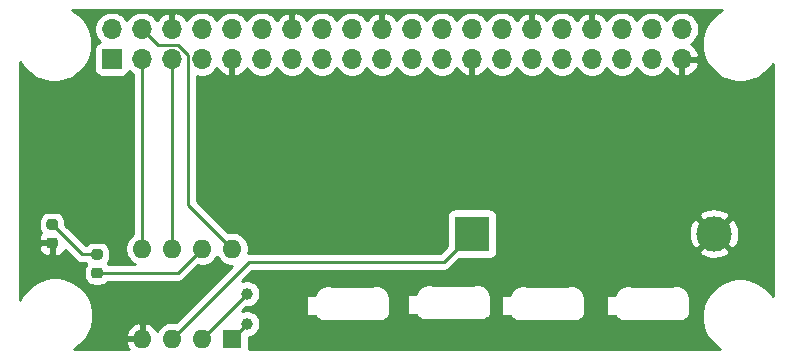
<source format=gbr>
G04 #@! TF.GenerationSoftware,KiCad,Pcbnew,5.1.6-c6e7f7d~87~ubuntu18.04.1*
G04 #@! TF.CreationDate,2020-07-17T19:47:34-05:00*
G04 #@! TF.ProjectId,relojBin,72656c6f-6a42-4696-9e2e-6b696361645f,1.0.8*
G04 #@! TF.SameCoordinates,Original*
G04 #@! TF.FileFunction,Copper,L2,Bot*
G04 #@! TF.FilePolarity,Positive*
%FSLAX46Y46*%
G04 Gerber Fmt 4.6, Leading zero omitted, Abs format (unit mm)*
G04 Created by KiCad (PCBNEW 5.1.6-c6e7f7d~87~ubuntu18.04.1) date 2020-07-17 19:47:34*
%MOMM*%
%LPD*%
G01*
G04 APERTURE LIST*
G04 #@! TA.AperFunction,ComponentPad*
%ADD10C,1.000000*%
G04 #@! TD*
G04 #@! TA.AperFunction,ComponentPad*
%ADD11O,1.600000X1.600000*%
G04 #@! TD*
G04 #@! TA.AperFunction,ComponentPad*
%ADD12R,1.600000X1.600000*%
G04 #@! TD*
G04 #@! TA.AperFunction,ComponentPad*
%ADD13R,3.000000X3.000000*%
G04 #@! TD*
G04 #@! TA.AperFunction,ComponentPad*
%ADD14C,3.000000*%
G04 #@! TD*
G04 #@! TA.AperFunction,ComponentPad*
%ADD15O,1.700000X1.700000*%
G04 #@! TD*
G04 #@! TA.AperFunction,ComponentPad*
%ADD16R,1.700000X1.700000*%
G04 #@! TD*
G04 #@! TA.AperFunction,Conductor*
%ADD17C,0.250000*%
G04 #@! TD*
G04 #@! TA.AperFunction,Conductor*
%ADD18C,0.254000*%
G04 #@! TD*
G04 APERTURE END LIST*
G04 #@! TA.AperFunction,SMDPad,CuDef*
G36*
G01*
X57406250Y-70770000D02*
X56893750Y-70770000D01*
G75*
G02*
X56675000Y-70551250I0J218750D01*
G01*
X56675000Y-70113750D01*
G75*
G02*
X56893750Y-69895000I218750J0D01*
G01*
X57406250Y-69895000D01*
G75*
G02*
X57625000Y-70113750I0J-218750D01*
G01*
X57625000Y-70551250D01*
G75*
G02*
X57406250Y-70770000I-218750J0D01*
G01*
G37*
G04 #@! TD.AperFunction*
G04 #@! TA.AperFunction,SMDPad,CuDef*
G36*
G01*
X57406250Y-72345000D02*
X56893750Y-72345000D01*
G75*
G02*
X56675000Y-72126250I0J218750D01*
G01*
X56675000Y-71688750D01*
G75*
G02*
X56893750Y-71470000I218750J0D01*
G01*
X57406250Y-71470000D01*
G75*
G02*
X57625000Y-71688750I0J-218750D01*
G01*
X57625000Y-72126250D01*
G75*
G02*
X57406250Y-72345000I-218750J0D01*
G01*
G37*
G04 #@! TD.AperFunction*
G04 #@! TA.AperFunction,SMDPad,CuDef*
G36*
G01*
X53596250Y-68230000D02*
X53083750Y-68230000D01*
G75*
G02*
X52865000Y-68011250I0J218750D01*
G01*
X52865000Y-67573750D01*
G75*
G02*
X53083750Y-67355000I218750J0D01*
G01*
X53596250Y-67355000D01*
G75*
G02*
X53815000Y-67573750I0J-218750D01*
G01*
X53815000Y-68011250D01*
G75*
G02*
X53596250Y-68230000I-218750J0D01*
G01*
G37*
G04 #@! TD.AperFunction*
G04 #@! TA.AperFunction,SMDPad,CuDef*
G36*
G01*
X53596250Y-69805000D02*
X53083750Y-69805000D01*
G75*
G02*
X52865000Y-69586250I0J218750D01*
G01*
X52865000Y-69148750D01*
G75*
G02*
X53083750Y-68930000I218750J0D01*
G01*
X53596250Y-68930000D01*
G75*
G02*
X53815000Y-69148750I0J-218750D01*
G01*
X53815000Y-69586250D01*
G75*
G02*
X53596250Y-69805000I-218750J0D01*
G01*
G37*
G04 #@! TD.AperFunction*
D10*
X69850000Y-73660000D03*
X69850000Y-76200000D03*
D11*
X68580000Y-69850000D03*
X60960000Y-77470000D03*
X66040000Y-69850000D03*
X63500000Y-77470000D03*
X63500000Y-69850000D03*
X66040000Y-77470000D03*
X60960000Y-69850000D03*
D12*
X68580000Y-77470000D03*
D13*
X88900000Y-68580000D03*
D14*
X109390000Y-68580000D03*
D15*
X106660000Y-51260000D03*
X106660000Y-53800000D03*
X104120000Y-51260000D03*
X104120000Y-53800000D03*
X101580000Y-51260000D03*
X101580000Y-53800000D03*
X99040000Y-51260000D03*
X99040000Y-53800000D03*
X96500000Y-51260000D03*
X96500000Y-53800000D03*
X93960000Y-51260000D03*
X93960000Y-53800000D03*
X91420000Y-51260000D03*
X91420000Y-53800000D03*
X88880000Y-51260000D03*
X88880000Y-53800000D03*
X86340000Y-51260000D03*
X86340000Y-53800000D03*
X83800000Y-51260000D03*
X83800000Y-53800000D03*
X81260000Y-51260000D03*
X81260000Y-53800000D03*
X78720000Y-51260000D03*
X78720000Y-53800000D03*
X76180000Y-51260000D03*
X76180000Y-53800000D03*
X73640000Y-51260000D03*
X73640000Y-53800000D03*
X71100000Y-51260000D03*
X71100000Y-53800000D03*
X68560000Y-51260000D03*
X68560000Y-53800000D03*
X66020000Y-51260000D03*
X66020000Y-53800000D03*
X63480000Y-51260000D03*
X63480000Y-53800000D03*
X60940000Y-51260000D03*
X60940000Y-53800000D03*
X58400000Y-51260000D03*
D16*
X58400000Y-53800000D03*
D17*
X63982500Y-71907500D02*
X57150000Y-71907500D01*
X66040000Y-69850000D02*
X63982500Y-71907500D01*
X69994999Y-70975001D02*
X63500000Y-77470000D01*
X86504999Y-70975001D02*
X69994999Y-70975001D01*
X88900000Y-68580000D02*
X86504999Y-70975001D01*
X63500000Y-53820000D02*
X63480000Y-53800000D01*
X63500000Y-69850000D02*
X63500000Y-53820000D01*
X64844999Y-66114999D02*
X68580000Y-69850000D01*
X64844999Y-53425997D02*
X64844999Y-66114999D01*
X64044001Y-52624999D02*
X64844999Y-53425997D01*
X62304999Y-52624999D02*
X64044001Y-52624999D01*
X60940000Y-51260000D02*
X62304999Y-52624999D01*
X60960000Y-53820000D02*
X60940000Y-53800000D01*
X60960000Y-69850000D02*
X60960000Y-53820000D01*
X69850000Y-73660000D02*
X66040000Y-77470000D01*
X69850000Y-76200000D02*
X68580000Y-77470000D01*
X55880000Y-70332500D02*
X53340000Y-67792500D01*
X57150000Y-70332500D02*
X55880000Y-70332500D01*
D18*
G36*
X109542907Y-49993425D02*
G01*
X109093425Y-50442907D01*
X108740270Y-50971442D01*
X108497012Y-51558719D01*
X108373000Y-52182168D01*
X108373000Y-52817832D01*
X108497012Y-53441281D01*
X108740270Y-54028558D01*
X109093425Y-54557093D01*
X109542907Y-55006575D01*
X110071442Y-55359730D01*
X110658719Y-55602988D01*
X111282168Y-55727000D01*
X111917832Y-55727000D01*
X112541281Y-55602988D01*
X113128558Y-55359730D01*
X113657093Y-55006575D01*
X114106575Y-54557093D01*
X114340000Y-54207747D01*
X114340001Y-73892254D01*
X114106575Y-73542907D01*
X113657093Y-73093425D01*
X113128558Y-72740270D01*
X112541281Y-72497012D01*
X111917832Y-72373000D01*
X111282168Y-72373000D01*
X110658719Y-72497012D01*
X110071442Y-72740270D01*
X109542907Y-73093425D01*
X109093425Y-73542907D01*
X108740270Y-74071442D01*
X108497012Y-74658719D01*
X108373000Y-75282168D01*
X108373000Y-75917832D01*
X108497012Y-76541281D01*
X108740270Y-77128558D01*
X109093425Y-77657093D01*
X109542907Y-78106575D01*
X109892253Y-78340000D01*
X70011178Y-78340000D01*
X70018072Y-78270000D01*
X70018072Y-77323804D01*
X70181067Y-77291383D01*
X70387624Y-77205824D01*
X70573520Y-77081612D01*
X70731612Y-76923520D01*
X70855824Y-76737624D01*
X70941383Y-76531067D01*
X70985000Y-76311788D01*
X70985000Y-76088212D01*
X70941383Y-75868933D01*
X70855824Y-75662376D01*
X70731612Y-75476480D01*
X70573520Y-75318388D01*
X70387624Y-75194176D01*
X70181067Y-75108617D01*
X69961788Y-75065000D01*
X69738212Y-75065000D01*
X69518933Y-75108617D01*
X69445957Y-75138845D01*
X69789802Y-74795000D01*
X69961788Y-74795000D01*
X70181067Y-74751383D01*
X70387624Y-74665824D01*
X70573520Y-74541612D01*
X70731612Y-74383520D01*
X70855824Y-74197624D01*
X70941383Y-73991067D01*
X70985000Y-73771788D01*
X70985000Y-73745950D01*
X74827024Y-73745950D01*
X74827024Y-75555850D01*
X75595781Y-75555850D01*
X75595857Y-75556102D01*
X75655285Y-75667285D01*
X75735262Y-75764738D01*
X75832715Y-75844715D01*
X75943898Y-75904143D01*
X76064538Y-75940739D01*
X76158566Y-75950000D01*
X76190000Y-75953096D01*
X76221434Y-75950000D01*
X81258566Y-75950000D01*
X81290000Y-75953096D01*
X81321434Y-75950000D01*
X81415462Y-75940739D01*
X81536102Y-75904143D01*
X81647285Y-75844715D01*
X81744738Y-75764738D01*
X81824715Y-75667285D01*
X81884143Y-75556102D01*
X81920739Y-75435462D01*
X81933096Y-75310000D01*
X81930000Y-75278566D01*
X81930000Y-74018566D01*
X81928679Y-74005156D01*
X81928508Y-74001087D01*
X81927743Y-73995650D01*
X81922555Y-73942974D01*
X81922089Y-73933692D01*
X81920875Y-73925920D01*
X81920739Y-73924538D01*
X81920561Y-73923952D01*
X81904984Y-73828547D01*
X81890105Y-73772521D01*
X81875993Y-73716224D01*
X81872925Y-73707830D01*
X81855423Y-73660950D01*
X83382024Y-73660950D01*
X83382024Y-75470850D01*
X84150781Y-75470850D01*
X84150857Y-75471102D01*
X84210285Y-75582285D01*
X84290262Y-75679738D01*
X84387715Y-75759715D01*
X84498898Y-75819143D01*
X84619538Y-75855739D01*
X84713566Y-75865000D01*
X84745000Y-75868096D01*
X84776434Y-75865000D01*
X89813566Y-75865000D01*
X89845000Y-75868096D01*
X89876434Y-75865000D01*
X89970462Y-75855739D01*
X90091102Y-75819143D01*
X90202285Y-75759715D01*
X90299738Y-75679738D01*
X90379715Y-75582285D01*
X90439143Y-75471102D01*
X90475739Y-75350462D01*
X90488096Y-75225000D01*
X90485000Y-75193566D01*
X90485000Y-73933566D01*
X90483679Y-73920156D01*
X90483508Y-73916087D01*
X90482743Y-73910650D01*
X90477555Y-73857974D01*
X90477089Y-73848692D01*
X90475875Y-73840920D01*
X90475739Y-73839538D01*
X90475561Y-73838952D01*
X90460377Y-73745950D01*
X91337024Y-73745950D01*
X91337024Y-75555850D01*
X92105781Y-75555850D01*
X92105857Y-75556102D01*
X92165285Y-75667285D01*
X92245262Y-75764738D01*
X92342715Y-75844715D01*
X92453898Y-75904143D01*
X92574538Y-75940739D01*
X92668566Y-75950000D01*
X92700000Y-75953096D01*
X92731434Y-75950000D01*
X97768566Y-75950000D01*
X97800000Y-75953096D01*
X97831434Y-75950000D01*
X97925462Y-75940739D01*
X98046102Y-75904143D01*
X98157285Y-75844715D01*
X98254738Y-75764738D01*
X98334715Y-75667285D01*
X98394143Y-75556102D01*
X98430739Y-75435462D01*
X98443096Y-75310000D01*
X98440000Y-75278566D01*
X98440000Y-74018566D01*
X98438679Y-74005156D01*
X98438508Y-74001087D01*
X98437743Y-73995650D01*
X98432555Y-73942974D01*
X98432089Y-73933692D01*
X98430875Y-73925920D01*
X98430739Y-73924538D01*
X98430561Y-73923952D01*
X98414984Y-73828547D01*
X98400105Y-73772521D01*
X98393445Y-73745950D01*
X100227024Y-73745950D01*
X100227024Y-75555850D01*
X100995781Y-75555850D01*
X100995857Y-75556102D01*
X101055285Y-75667285D01*
X101135262Y-75764738D01*
X101232715Y-75844715D01*
X101343898Y-75904143D01*
X101464538Y-75940739D01*
X101558566Y-75950000D01*
X101590000Y-75953096D01*
X101621434Y-75950000D01*
X106658566Y-75950000D01*
X106690000Y-75953096D01*
X106721434Y-75950000D01*
X106815462Y-75940739D01*
X106936102Y-75904143D01*
X107047285Y-75844715D01*
X107144738Y-75764738D01*
X107224715Y-75667285D01*
X107284143Y-75556102D01*
X107320739Y-75435462D01*
X107333096Y-75310000D01*
X107330000Y-75278566D01*
X107330000Y-74018566D01*
X107328679Y-74005156D01*
X107328508Y-74001087D01*
X107327743Y-73995650D01*
X107322555Y-73942974D01*
X107322089Y-73933692D01*
X107320875Y-73925920D01*
X107320739Y-73924538D01*
X107320561Y-73923952D01*
X107304984Y-73828547D01*
X107290105Y-73772521D01*
X107275993Y-73716224D01*
X107272925Y-73707830D01*
X107238791Y-73616401D01*
X107213310Y-73564324D01*
X107188534Y-73511844D01*
X107183894Y-73504206D01*
X107132652Y-73421150D01*
X107097540Y-73375013D01*
X107063041Y-73328343D01*
X107057007Y-73321752D01*
X106990606Y-73250228D01*
X106947174Y-73211766D01*
X106904295Y-73172712D01*
X106897096Y-73167418D01*
X106818069Y-73110155D01*
X106768004Y-73080868D01*
X106718348Y-73050881D01*
X106710257Y-73047086D01*
X106621614Y-73006264D01*
X106566834Y-72987266D01*
X106512276Y-72967486D01*
X106503603Y-72965336D01*
X106408717Y-72942508D01*
X106351256Y-72934507D01*
X106293929Y-72925706D01*
X106285005Y-72925281D01*
X106285003Y-72925281D01*
X106187492Y-72921318D01*
X106129590Y-72924629D01*
X106071633Y-72927131D01*
X106062794Y-72928448D01*
X105966369Y-72943500D01*
X105910233Y-72957989D01*
X105853837Y-72971708D01*
X105845423Y-72974717D01*
X105753758Y-73008212D01*
X105729234Y-73020000D01*
X102549622Y-73020000D01*
X102541016Y-73016320D01*
X102488003Y-72992774D01*
X102479501Y-72990020D01*
X102386450Y-72960594D01*
X102329687Y-72948582D01*
X102273126Y-72935784D01*
X102264251Y-72934734D01*
X102167256Y-72923942D01*
X102109266Y-72923184D01*
X102051265Y-72921616D01*
X102042356Y-72922310D01*
X101945112Y-72930564D01*
X101888067Y-72941087D01*
X101830889Y-72950810D01*
X101822284Y-72953221D01*
X101728495Y-72980205D01*
X101674540Y-73001623D01*
X101620372Y-73022255D01*
X101612400Y-73026291D01*
X101525640Y-73070978D01*
X101476911Y-73102444D01*
X101427748Y-73133225D01*
X101420711Y-73138733D01*
X101344282Y-73199421D01*
X101302590Y-73239755D01*
X101260341Y-73279500D01*
X101254508Y-73286270D01*
X101191323Y-73360647D01*
X101158284Y-73408275D01*
X101124539Y-73455498D01*
X101120132Y-73463272D01*
X101072596Y-73548505D01*
X101049417Y-73601689D01*
X101025501Y-73654536D01*
X101022689Y-73663018D01*
X100995825Y-73745950D01*
X100227024Y-73745950D01*
X98393445Y-73745950D01*
X98385993Y-73716224D01*
X98382925Y-73707830D01*
X98348791Y-73616401D01*
X98323310Y-73564324D01*
X98298534Y-73511844D01*
X98293894Y-73504206D01*
X98242652Y-73421150D01*
X98207540Y-73375013D01*
X98173041Y-73328343D01*
X98167007Y-73321752D01*
X98100606Y-73250228D01*
X98057174Y-73211766D01*
X98014295Y-73172712D01*
X98007096Y-73167418D01*
X97928069Y-73110155D01*
X97878004Y-73080868D01*
X97828348Y-73050881D01*
X97820257Y-73047086D01*
X97731614Y-73006264D01*
X97676834Y-72987266D01*
X97622276Y-72967486D01*
X97613603Y-72965336D01*
X97518717Y-72942508D01*
X97461256Y-72934507D01*
X97403929Y-72925706D01*
X97395005Y-72925281D01*
X97395003Y-72925281D01*
X97297492Y-72921318D01*
X97239590Y-72924629D01*
X97181633Y-72927131D01*
X97172794Y-72928448D01*
X97076369Y-72943500D01*
X97020233Y-72957989D01*
X96963837Y-72971708D01*
X96955423Y-72974717D01*
X96863758Y-73008212D01*
X96839234Y-73020000D01*
X93659622Y-73020000D01*
X93651016Y-73016320D01*
X93598003Y-72992774D01*
X93589501Y-72990020D01*
X93496450Y-72960594D01*
X93439687Y-72948582D01*
X93383126Y-72935784D01*
X93374251Y-72934734D01*
X93277256Y-72923942D01*
X93219266Y-72923184D01*
X93161265Y-72921616D01*
X93152356Y-72922310D01*
X93055112Y-72930564D01*
X92998067Y-72941087D01*
X92940889Y-72950810D01*
X92932284Y-72953221D01*
X92838495Y-72980205D01*
X92784540Y-73001623D01*
X92730372Y-73022255D01*
X92722400Y-73026291D01*
X92635640Y-73070978D01*
X92586911Y-73102444D01*
X92537748Y-73133225D01*
X92530711Y-73138733D01*
X92454282Y-73199421D01*
X92412590Y-73239755D01*
X92370341Y-73279500D01*
X92364508Y-73286270D01*
X92301323Y-73360647D01*
X92268284Y-73408275D01*
X92234539Y-73455498D01*
X92230132Y-73463272D01*
X92182596Y-73548505D01*
X92159417Y-73601689D01*
X92135501Y-73654536D01*
X92132689Y-73663018D01*
X92105825Y-73745950D01*
X91337024Y-73745950D01*
X90460377Y-73745950D01*
X90459984Y-73743547D01*
X90445105Y-73687521D01*
X90430993Y-73631224D01*
X90427925Y-73622830D01*
X90393791Y-73531401D01*
X90368310Y-73479324D01*
X90343534Y-73426844D01*
X90338894Y-73419206D01*
X90287652Y-73336150D01*
X90252540Y-73290013D01*
X90218041Y-73243343D01*
X90212007Y-73236752D01*
X90145606Y-73165228D01*
X90102174Y-73126766D01*
X90059295Y-73087712D01*
X90052096Y-73082418D01*
X89973069Y-73025155D01*
X89923004Y-72995868D01*
X89873348Y-72965881D01*
X89865257Y-72962086D01*
X89776614Y-72921264D01*
X89721834Y-72902266D01*
X89667276Y-72882486D01*
X89658603Y-72880336D01*
X89563717Y-72857508D01*
X89506256Y-72849507D01*
X89448929Y-72840706D01*
X89440005Y-72840281D01*
X89440003Y-72840281D01*
X89342492Y-72836318D01*
X89284590Y-72839629D01*
X89226633Y-72842131D01*
X89217794Y-72843448D01*
X89121369Y-72858500D01*
X89065233Y-72872989D01*
X89008837Y-72886708D01*
X89000423Y-72889717D01*
X88908758Y-72923212D01*
X88884234Y-72935000D01*
X85704622Y-72935000D01*
X85696016Y-72931320D01*
X85643003Y-72907774D01*
X85634501Y-72905020D01*
X85541450Y-72875594D01*
X85484687Y-72863582D01*
X85428126Y-72850784D01*
X85419251Y-72849734D01*
X85322256Y-72838942D01*
X85264266Y-72838184D01*
X85206265Y-72836616D01*
X85197356Y-72837310D01*
X85100112Y-72845564D01*
X85043067Y-72856087D01*
X84985889Y-72865810D01*
X84977284Y-72868221D01*
X84883495Y-72895205D01*
X84829540Y-72916623D01*
X84775372Y-72937255D01*
X84767400Y-72941291D01*
X84680640Y-72985978D01*
X84631911Y-73017444D01*
X84582748Y-73048225D01*
X84575711Y-73053733D01*
X84499282Y-73114421D01*
X84457590Y-73154755D01*
X84415341Y-73194500D01*
X84409508Y-73201270D01*
X84346323Y-73275647D01*
X84313284Y-73323275D01*
X84279539Y-73370498D01*
X84275132Y-73378272D01*
X84227596Y-73463505D01*
X84204417Y-73516689D01*
X84180501Y-73569536D01*
X84177689Y-73578018D01*
X84150825Y-73660950D01*
X83382024Y-73660950D01*
X81855423Y-73660950D01*
X81838791Y-73616401D01*
X81813310Y-73564324D01*
X81788534Y-73511844D01*
X81783894Y-73504206D01*
X81732652Y-73421150D01*
X81697540Y-73375013D01*
X81663041Y-73328343D01*
X81657007Y-73321752D01*
X81590606Y-73250228D01*
X81547174Y-73211766D01*
X81504295Y-73172712D01*
X81497096Y-73167418D01*
X81418069Y-73110155D01*
X81368004Y-73080868D01*
X81318348Y-73050881D01*
X81310257Y-73047086D01*
X81221614Y-73006264D01*
X81166834Y-72987266D01*
X81112276Y-72967486D01*
X81103603Y-72965336D01*
X81008717Y-72942508D01*
X80951256Y-72934507D01*
X80893929Y-72925706D01*
X80885005Y-72925281D01*
X80885003Y-72925281D01*
X80787492Y-72921318D01*
X80729590Y-72924629D01*
X80671633Y-72927131D01*
X80662794Y-72928448D01*
X80566369Y-72943500D01*
X80510233Y-72957989D01*
X80453837Y-72971708D01*
X80445423Y-72974717D01*
X80353758Y-73008212D01*
X80329234Y-73020000D01*
X77149622Y-73020000D01*
X77141016Y-73016320D01*
X77088003Y-72992774D01*
X77079501Y-72990020D01*
X76986450Y-72960594D01*
X76929687Y-72948582D01*
X76873126Y-72935784D01*
X76864251Y-72934734D01*
X76767256Y-72923942D01*
X76709266Y-72923184D01*
X76651265Y-72921616D01*
X76642356Y-72922310D01*
X76545112Y-72930564D01*
X76488067Y-72941087D01*
X76430889Y-72950810D01*
X76422284Y-72953221D01*
X76328495Y-72980205D01*
X76274540Y-73001623D01*
X76220372Y-73022255D01*
X76212400Y-73026291D01*
X76125640Y-73070978D01*
X76076911Y-73102444D01*
X76027748Y-73133225D01*
X76020711Y-73138733D01*
X75944282Y-73199421D01*
X75902590Y-73239755D01*
X75860341Y-73279500D01*
X75854508Y-73286270D01*
X75791323Y-73360647D01*
X75758284Y-73408275D01*
X75724539Y-73455498D01*
X75720132Y-73463272D01*
X75672596Y-73548505D01*
X75649417Y-73601689D01*
X75625501Y-73654536D01*
X75622689Y-73663018D01*
X75595825Y-73745950D01*
X74827024Y-73745950D01*
X70985000Y-73745950D01*
X70985000Y-73548212D01*
X70941383Y-73328933D01*
X70855824Y-73122376D01*
X70731612Y-72936480D01*
X70573520Y-72778388D01*
X70387624Y-72654176D01*
X70181067Y-72568617D01*
X69961788Y-72525000D01*
X69738212Y-72525000D01*
X69518933Y-72568617D01*
X69445957Y-72598845D01*
X70309801Y-71735001D01*
X86467677Y-71735001D01*
X86504999Y-71738677D01*
X86542321Y-71735001D01*
X86542332Y-71735001D01*
X86653985Y-71724004D01*
X86797246Y-71680547D01*
X86929275Y-71609975D01*
X87045000Y-71515002D01*
X87068803Y-71485998D01*
X87836729Y-70718072D01*
X90400000Y-70718072D01*
X90524482Y-70705812D01*
X90644180Y-70669502D01*
X90754494Y-70610537D01*
X90851185Y-70531185D01*
X90930537Y-70434494D01*
X90989502Y-70324180D01*
X91025812Y-70204482D01*
X91038072Y-70080000D01*
X91038072Y-70071653D01*
X108077952Y-70071653D01*
X108233962Y-70387214D01*
X108608745Y-70578020D01*
X109013551Y-70692044D01*
X109432824Y-70724902D01*
X109850451Y-70675334D01*
X110250383Y-70545243D01*
X110546038Y-70387214D01*
X110702048Y-70071653D01*
X109390000Y-68759605D01*
X108077952Y-70071653D01*
X91038072Y-70071653D01*
X91038072Y-68622824D01*
X107245098Y-68622824D01*
X107294666Y-69040451D01*
X107424757Y-69440383D01*
X107582786Y-69736038D01*
X107898347Y-69892048D01*
X109210395Y-68580000D01*
X109569605Y-68580000D01*
X110881653Y-69892048D01*
X111197214Y-69736038D01*
X111388020Y-69361255D01*
X111502044Y-68956449D01*
X111534902Y-68537176D01*
X111485334Y-68119549D01*
X111355243Y-67719617D01*
X111197214Y-67423962D01*
X110881653Y-67267952D01*
X109569605Y-68580000D01*
X109210395Y-68580000D01*
X107898347Y-67267952D01*
X107582786Y-67423962D01*
X107391980Y-67798745D01*
X107277956Y-68203551D01*
X107245098Y-68622824D01*
X91038072Y-68622824D01*
X91038072Y-67088347D01*
X108077952Y-67088347D01*
X109390000Y-68400395D01*
X110702048Y-67088347D01*
X110546038Y-66772786D01*
X110171255Y-66581980D01*
X109766449Y-66467956D01*
X109347176Y-66435098D01*
X108929549Y-66484666D01*
X108529617Y-66614757D01*
X108233962Y-66772786D01*
X108077952Y-67088347D01*
X91038072Y-67088347D01*
X91038072Y-67080000D01*
X91025812Y-66955518D01*
X90989502Y-66835820D01*
X90930537Y-66725506D01*
X90851185Y-66628815D01*
X90754494Y-66549463D01*
X90644180Y-66490498D01*
X90524482Y-66454188D01*
X90400000Y-66441928D01*
X87400000Y-66441928D01*
X87275518Y-66454188D01*
X87155820Y-66490498D01*
X87045506Y-66549463D01*
X86948815Y-66628815D01*
X86869463Y-66725506D01*
X86810498Y-66835820D01*
X86774188Y-66955518D01*
X86761928Y-67080000D01*
X86761928Y-69643271D01*
X86190198Y-70215001D01*
X70032324Y-70215001D01*
X69994999Y-70211325D01*
X69970766Y-70213712D01*
X70015000Y-69991335D01*
X70015000Y-69708665D01*
X69959853Y-69431426D01*
X69851680Y-69170273D01*
X69694637Y-68935241D01*
X69494759Y-68735363D01*
X69259727Y-68578320D01*
X68998574Y-68470147D01*
X68721335Y-68415000D01*
X68438665Y-68415000D01*
X68256114Y-68451312D01*
X65604999Y-65800198D01*
X65604999Y-55231544D01*
X65873740Y-55285000D01*
X66166260Y-55285000D01*
X66453158Y-55227932D01*
X66723411Y-55115990D01*
X66966632Y-54953475D01*
X67173475Y-54746632D01*
X67295195Y-54564466D01*
X67364822Y-54681355D01*
X67559731Y-54897588D01*
X67793080Y-55071641D01*
X68055901Y-55196825D01*
X68203110Y-55241476D01*
X68433000Y-55120155D01*
X68433000Y-53927000D01*
X68413000Y-53927000D01*
X68413000Y-53673000D01*
X68433000Y-53673000D01*
X68433000Y-53653000D01*
X68687000Y-53653000D01*
X68687000Y-53673000D01*
X68707000Y-53673000D01*
X68707000Y-53927000D01*
X68687000Y-53927000D01*
X68687000Y-55120155D01*
X68916890Y-55241476D01*
X69064099Y-55196825D01*
X69326920Y-55071641D01*
X69560269Y-54897588D01*
X69755178Y-54681355D01*
X69824805Y-54564466D01*
X69946525Y-54746632D01*
X70153368Y-54953475D01*
X70396589Y-55115990D01*
X70666842Y-55227932D01*
X70953740Y-55285000D01*
X71246260Y-55285000D01*
X71533158Y-55227932D01*
X71803411Y-55115990D01*
X72046632Y-54953475D01*
X72253475Y-54746632D01*
X72370000Y-54572240D01*
X72486525Y-54746632D01*
X72693368Y-54953475D01*
X72936589Y-55115990D01*
X73206842Y-55227932D01*
X73493740Y-55285000D01*
X73786260Y-55285000D01*
X74073158Y-55227932D01*
X74343411Y-55115990D01*
X74586632Y-54953475D01*
X74793475Y-54746632D01*
X74910000Y-54572240D01*
X75026525Y-54746632D01*
X75233368Y-54953475D01*
X75476589Y-55115990D01*
X75746842Y-55227932D01*
X76033740Y-55285000D01*
X76326260Y-55285000D01*
X76613158Y-55227932D01*
X76883411Y-55115990D01*
X77126632Y-54953475D01*
X77333475Y-54746632D01*
X77450000Y-54572240D01*
X77566525Y-54746632D01*
X77773368Y-54953475D01*
X78016589Y-55115990D01*
X78286842Y-55227932D01*
X78573740Y-55285000D01*
X78866260Y-55285000D01*
X79153158Y-55227932D01*
X79423411Y-55115990D01*
X79666632Y-54953475D01*
X79873475Y-54746632D01*
X79990000Y-54572240D01*
X80106525Y-54746632D01*
X80313368Y-54953475D01*
X80556589Y-55115990D01*
X80826842Y-55227932D01*
X81113740Y-55285000D01*
X81406260Y-55285000D01*
X81693158Y-55227932D01*
X81963411Y-55115990D01*
X82206632Y-54953475D01*
X82413475Y-54746632D01*
X82530000Y-54572240D01*
X82646525Y-54746632D01*
X82853368Y-54953475D01*
X83096589Y-55115990D01*
X83366842Y-55227932D01*
X83653740Y-55285000D01*
X83946260Y-55285000D01*
X84233158Y-55227932D01*
X84503411Y-55115990D01*
X84746632Y-54953475D01*
X84953475Y-54746632D01*
X85070000Y-54572240D01*
X85186525Y-54746632D01*
X85393368Y-54953475D01*
X85636589Y-55115990D01*
X85906842Y-55227932D01*
X86193740Y-55285000D01*
X86486260Y-55285000D01*
X86773158Y-55227932D01*
X87043411Y-55115990D01*
X87286632Y-54953475D01*
X87493475Y-54746632D01*
X87615195Y-54564466D01*
X87684822Y-54681355D01*
X87879731Y-54897588D01*
X88113080Y-55071641D01*
X88375901Y-55196825D01*
X88523110Y-55241476D01*
X88753000Y-55120155D01*
X88753000Y-53927000D01*
X88733000Y-53927000D01*
X88733000Y-53673000D01*
X88753000Y-53673000D01*
X88753000Y-53653000D01*
X89007000Y-53653000D01*
X89007000Y-53673000D01*
X89027000Y-53673000D01*
X89027000Y-53927000D01*
X89007000Y-53927000D01*
X89007000Y-55120155D01*
X89236890Y-55241476D01*
X89384099Y-55196825D01*
X89646920Y-55071641D01*
X89880269Y-54897588D01*
X90075178Y-54681355D01*
X90144805Y-54564466D01*
X90266525Y-54746632D01*
X90473368Y-54953475D01*
X90716589Y-55115990D01*
X90986842Y-55227932D01*
X91273740Y-55285000D01*
X91566260Y-55285000D01*
X91853158Y-55227932D01*
X92123411Y-55115990D01*
X92366632Y-54953475D01*
X92573475Y-54746632D01*
X92690000Y-54572240D01*
X92806525Y-54746632D01*
X93013368Y-54953475D01*
X93256589Y-55115990D01*
X93526842Y-55227932D01*
X93813740Y-55285000D01*
X94106260Y-55285000D01*
X94393158Y-55227932D01*
X94663411Y-55115990D01*
X94906632Y-54953475D01*
X95113475Y-54746632D01*
X95230000Y-54572240D01*
X95346525Y-54746632D01*
X95553368Y-54953475D01*
X95796589Y-55115990D01*
X96066842Y-55227932D01*
X96353740Y-55285000D01*
X96646260Y-55285000D01*
X96933158Y-55227932D01*
X97203411Y-55115990D01*
X97446632Y-54953475D01*
X97653475Y-54746632D01*
X97770000Y-54572240D01*
X97886525Y-54746632D01*
X98093368Y-54953475D01*
X98336589Y-55115990D01*
X98606842Y-55227932D01*
X98893740Y-55285000D01*
X99186260Y-55285000D01*
X99473158Y-55227932D01*
X99743411Y-55115990D01*
X99986632Y-54953475D01*
X100193475Y-54746632D01*
X100310000Y-54572240D01*
X100426525Y-54746632D01*
X100633368Y-54953475D01*
X100876589Y-55115990D01*
X101146842Y-55227932D01*
X101433740Y-55285000D01*
X101726260Y-55285000D01*
X102013158Y-55227932D01*
X102283411Y-55115990D01*
X102526632Y-54953475D01*
X102733475Y-54746632D01*
X102850000Y-54572240D01*
X102966525Y-54746632D01*
X103173368Y-54953475D01*
X103416589Y-55115990D01*
X103686842Y-55227932D01*
X103973740Y-55285000D01*
X104266260Y-55285000D01*
X104553158Y-55227932D01*
X104823411Y-55115990D01*
X105066632Y-54953475D01*
X105273475Y-54746632D01*
X105395195Y-54564466D01*
X105464822Y-54681355D01*
X105659731Y-54897588D01*
X105893080Y-55071641D01*
X106155901Y-55196825D01*
X106303110Y-55241476D01*
X106533000Y-55120155D01*
X106533000Y-53927000D01*
X106787000Y-53927000D01*
X106787000Y-55120155D01*
X107016890Y-55241476D01*
X107164099Y-55196825D01*
X107426920Y-55071641D01*
X107660269Y-54897588D01*
X107855178Y-54681355D01*
X108004157Y-54431252D01*
X108101481Y-54156891D01*
X107980814Y-53927000D01*
X106787000Y-53927000D01*
X106533000Y-53927000D01*
X106513000Y-53927000D01*
X106513000Y-53673000D01*
X106533000Y-53673000D01*
X106533000Y-53653000D01*
X106787000Y-53653000D01*
X106787000Y-53673000D01*
X107980814Y-53673000D01*
X108101481Y-53443109D01*
X108004157Y-53168748D01*
X107855178Y-52918645D01*
X107660269Y-52702412D01*
X107430594Y-52531100D01*
X107606632Y-52413475D01*
X107813475Y-52206632D01*
X107975990Y-51963411D01*
X108087932Y-51693158D01*
X108145000Y-51406260D01*
X108145000Y-51113740D01*
X108087932Y-50826842D01*
X107975990Y-50556589D01*
X107813475Y-50313368D01*
X107606632Y-50106525D01*
X107363411Y-49944010D01*
X107093158Y-49832068D01*
X106806260Y-49775000D01*
X106513740Y-49775000D01*
X106226842Y-49832068D01*
X105956589Y-49944010D01*
X105713368Y-50106525D01*
X105506525Y-50313368D01*
X105390000Y-50487760D01*
X105273475Y-50313368D01*
X105066632Y-50106525D01*
X104823411Y-49944010D01*
X104553158Y-49832068D01*
X104266260Y-49775000D01*
X103973740Y-49775000D01*
X103686842Y-49832068D01*
X103416589Y-49944010D01*
X103173368Y-50106525D01*
X102966525Y-50313368D01*
X102850000Y-50487760D01*
X102733475Y-50313368D01*
X102526632Y-50106525D01*
X102283411Y-49944010D01*
X102013158Y-49832068D01*
X101726260Y-49775000D01*
X101433740Y-49775000D01*
X101146842Y-49832068D01*
X100876589Y-49944010D01*
X100633368Y-50106525D01*
X100426525Y-50313368D01*
X100304805Y-50495534D01*
X100235178Y-50378645D01*
X100040269Y-50162412D01*
X99806920Y-49988359D01*
X99544099Y-49863175D01*
X99396890Y-49818524D01*
X99167000Y-49939845D01*
X99167000Y-51133000D01*
X99187000Y-51133000D01*
X99187000Y-51387000D01*
X99167000Y-51387000D01*
X99167000Y-51407000D01*
X98913000Y-51407000D01*
X98913000Y-51387000D01*
X98893000Y-51387000D01*
X98893000Y-51133000D01*
X98913000Y-51133000D01*
X98913000Y-49939845D01*
X98683110Y-49818524D01*
X98535901Y-49863175D01*
X98273080Y-49988359D01*
X98039731Y-50162412D01*
X97844822Y-50378645D01*
X97775195Y-50495534D01*
X97653475Y-50313368D01*
X97446632Y-50106525D01*
X97203411Y-49944010D01*
X96933158Y-49832068D01*
X96646260Y-49775000D01*
X96353740Y-49775000D01*
X96066842Y-49832068D01*
X95796589Y-49944010D01*
X95553368Y-50106525D01*
X95346525Y-50313368D01*
X95224805Y-50495534D01*
X95155178Y-50378645D01*
X94960269Y-50162412D01*
X94726920Y-49988359D01*
X94464099Y-49863175D01*
X94316890Y-49818524D01*
X94087000Y-49939845D01*
X94087000Y-51133000D01*
X94107000Y-51133000D01*
X94107000Y-51387000D01*
X94087000Y-51387000D01*
X94087000Y-51407000D01*
X93833000Y-51407000D01*
X93833000Y-51387000D01*
X93813000Y-51387000D01*
X93813000Y-51133000D01*
X93833000Y-51133000D01*
X93833000Y-49939845D01*
X93603110Y-49818524D01*
X93455901Y-49863175D01*
X93193080Y-49988359D01*
X92959731Y-50162412D01*
X92764822Y-50378645D01*
X92695195Y-50495534D01*
X92573475Y-50313368D01*
X92366632Y-50106525D01*
X92123411Y-49944010D01*
X91853158Y-49832068D01*
X91566260Y-49775000D01*
X91273740Y-49775000D01*
X90986842Y-49832068D01*
X90716589Y-49944010D01*
X90473368Y-50106525D01*
X90266525Y-50313368D01*
X90150000Y-50487760D01*
X90033475Y-50313368D01*
X89826632Y-50106525D01*
X89583411Y-49944010D01*
X89313158Y-49832068D01*
X89026260Y-49775000D01*
X88733740Y-49775000D01*
X88446842Y-49832068D01*
X88176589Y-49944010D01*
X87933368Y-50106525D01*
X87726525Y-50313368D01*
X87610000Y-50487760D01*
X87493475Y-50313368D01*
X87286632Y-50106525D01*
X87043411Y-49944010D01*
X86773158Y-49832068D01*
X86486260Y-49775000D01*
X86193740Y-49775000D01*
X85906842Y-49832068D01*
X85636589Y-49944010D01*
X85393368Y-50106525D01*
X85186525Y-50313368D01*
X85070000Y-50487760D01*
X84953475Y-50313368D01*
X84746632Y-50106525D01*
X84503411Y-49944010D01*
X84233158Y-49832068D01*
X83946260Y-49775000D01*
X83653740Y-49775000D01*
X83366842Y-49832068D01*
X83096589Y-49944010D01*
X82853368Y-50106525D01*
X82646525Y-50313368D01*
X82524805Y-50495534D01*
X82455178Y-50378645D01*
X82260269Y-50162412D01*
X82026920Y-49988359D01*
X81764099Y-49863175D01*
X81616890Y-49818524D01*
X81387000Y-49939845D01*
X81387000Y-51133000D01*
X81407000Y-51133000D01*
X81407000Y-51387000D01*
X81387000Y-51387000D01*
X81387000Y-51407000D01*
X81133000Y-51407000D01*
X81133000Y-51387000D01*
X81113000Y-51387000D01*
X81113000Y-51133000D01*
X81133000Y-51133000D01*
X81133000Y-49939845D01*
X80903110Y-49818524D01*
X80755901Y-49863175D01*
X80493080Y-49988359D01*
X80259731Y-50162412D01*
X80064822Y-50378645D01*
X79995195Y-50495534D01*
X79873475Y-50313368D01*
X79666632Y-50106525D01*
X79423411Y-49944010D01*
X79153158Y-49832068D01*
X78866260Y-49775000D01*
X78573740Y-49775000D01*
X78286842Y-49832068D01*
X78016589Y-49944010D01*
X77773368Y-50106525D01*
X77566525Y-50313368D01*
X77450000Y-50487760D01*
X77333475Y-50313368D01*
X77126632Y-50106525D01*
X76883411Y-49944010D01*
X76613158Y-49832068D01*
X76326260Y-49775000D01*
X76033740Y-49775000D01*
X75746842Y-49832068D01*
X75476589Y-49944010D01*
X75233368Y-50106525D01*
X75026525Y-50313368D01*
X74904805Y-50495534D01*
X74835178Y-50378645D01*
X74640269Y-50162412D01*
X74406920Y-49988359D01*
X74144099Y-49863175D01*
X73996890Y-49818524D01*
X73767000Y-49939845D01*
X73767000Y-51133000D01*
X73787000Y-51133000D01*
X73787000Y-51387000D01*
X73767000Y-51387000D01*
X73767000Y-51407000D01*
X73513000Y-51407000D01*
X73513000Y-51387000D01*
X73493000Y-51387000D01*
X73493000Y-51133000D01*
X73513000Y-51133000D01*
X73513000Y-49939845D01*
X73283110Y-49818524D01*
X73135901Y-49863175D01*
X72873080Y-49988359D01*
X72639731Y-50162412D01*
X72444822Y-50378645D01*
X72375195Y-50495534D01*
X72253475Y-50313368D01*
X72046632Y-50106525D01*
X71803411Y-49944010D01*
X71533158Y-49832068D01*
X71246260Y-49775000D01*
X70953740Y-49775000D01*
X70666842Y-49832068D01*
X70396589Y-49944010D01*
X70153368Y-50106525D01*
X69946525Y-50313368D01*
X69830000Y-50487760D01*
X69713475Y-50313368D01*
X69506632Y-50106525D01*
X69263411Y-49944010D01*
X68993158Y-49832068D01*
X68706260Y-49775000D01*
X68413740Y-49775000D01*
X68126842Y-49832068D01*
X67856589Y-49944010D01*
X67613368Y-50106525D01*
X67406525Y-50313368D01*
X67290000Y-50487760D01*
X67173475Y-50313368D01*
X66966632Y-50106525D01*
X66723411Y-49944010D01*
X66453158Y-49832068D01*
X66166260Y-49775000D01*
X65873740Y-49775000D01*
X65586842Y-49832068D01*
X65316589Y-49944010D01*
X65073368Y-50106525D01*
X64866525Y-50313368D01*
X64744805Y-50495534D01*
X64675178Y-50378645D01*
X64480269Y-50162412D01*
X64246920Y-49988359D01*
X63984099Y-49863175D01*
X63836890Y-49818524D01*
X63607000Y-49939845D01*
X63607000Y-51133000D01*
X63627000Y-51133000D01*
X63627000Y-51387000D01*
X63607000Y-51387000D01*
X63607000Y-51407000D01*
X63353000Y-51407000D01*
X63353000Y-51387000D01*
X63333000Y-51387000D01*
X63333000Y-51133000D01*
X63353000Y-51133000D01*
X63353000Y-49939845D01*
X63123110Y-49818524D01*
X62975901Y-49863175D01*
X62713080Y-49988359D01*
X62479731Y-50162412D01*
X62284822Y-50378645D01*
X62215195Y-50495534D01*
X62093475Y-50313368D01*
X61886632Y-50106525D01*
X61643411Y-49944010D01*
X61373158Y-49832068D01*
X61086260Y-49775000D01*
X60793740Y-49775000D01*
X60506842Y-49832068D01*
X60236589Y-49944010D01*
X59993368Y-50106525D01*
X59786525Y-50313368D01*
X59670000Y-50487760D01*
X59553475Y-50313368D01*
X59346632Y-50106525D01*
X59103411Y-49944010D01*
X58833158Y-49832068D01*
X58546260Y-49775000D01*
X58253740Y-49775000D01*
X57966842Y-49832068D01*
X57696589Y-49944010D01*
X57453368Y-50106525D01*
X57246525Y-50313368D01*
X57084010Y-50556589D01*
X56972068Y-50826842D01*
X56915000Y-51113740D01*
X56915000Y-51406260D01*
X56972068Y-51693158D01*
X57084010Y-51963411D01*
X57246525Y-52206632D01*
X57378380Y-52338487D01*
X57305820Y-52360498D01*
X57195506Y-52419463D01*
X57098815Y-52498815D01*
X57019463Y-52595506D01*
X56960498Y-52705820D01*
X56924188Y-52825518D01*
X56911928Y-52950000D01*
X56911928Y-54650000D01*
X56924188Y-54774482D01*
X56960498Y-54894180D01*
X57019463Y-55004494D01*
X57098815Y-55101185D01*
X57195506Y-55180537D01*
X57305820Y-55239502D01*
X57425518Y-55275812D01*
X57550000Y-55288072D01*
X59250000Y-55288072D01*
X59374482Y-55275812D01*
X59494180Y-55239502D01*
X59604494Y-55180537D01*
X59701185Y-55101185D01*
X59780537Y-55004494D01*
X59839502Y-54894180D01*
X59861513Y-54821620D01*
X59993368Y-54953475D01*
X60200001Y-55091543D01*
X60200000Y-68631957D01*
X60045241Y-68735363D01*
X59845363Y-68935241D01*
X59688320Y-69170273D01*
X59580147Y-69431426D01*
X59525000Y-69708665D01*
X59525000Y-69991335D01*
X59580147Y-70268574D01*
X59688320Y-70529727D01*
X59845363Y-70764759D01*
X60045241Y-70964637D01*
X60280273Y-71121680D01*
X60342608Y-71147500D01*
X58065143Y-71147500D01*
X58042574Y-71120000D01*
X58118671Y-71027275D01*
X58197850Y-70879142D01*
X58246608Y-70718408D01*
X58263072Y-70551250D01*
X58263072Y-70113750D01*
X58246608Y-69946592D01*
X58197850Y-69785858D01*
X58118671Y-69637725D01*
X58012115Y-69507885D01*
X57882275Y-69401329D01*
X57734142Y-69322150D01*
X57573408Y-69273392D01*
X57406250Y-69256928D01*
X56893750Y-69256928D01*
X56726592Y-69273392D01*
X56565858Y-69322150D01*
X56417725Y-69401329D01*
X56287885Y-69507885D01*
X56234857Y-69572500D01*
X56194803Y-69572500D01*
X54453072Y-67830771D01*
X54453072Y-67573750D01*
X54436608Y-67406592D01*
X54387850Y-67245858D01*
X54308671Y-67097725D01*
X54202115Y-66967885D01*
X54072275Y-66861329D01*
X53924142Y-66782150D01*
X53763408Y-66733392D01*
X53596250Y-66716928D01*
X53083750Y-66716928D01*
X52916592Y-66733392D01*
X52755858Y-66782150D01*
X52607725Y-66861329D01*
X52477885Y-66967885D01*
X52371329Y-67097725D01*
X52292150Y-67245858D01*
X52243392Y-67406592D01*
X52226928Y-67573750D01*
X52226928Y-68011250D01*
X52243392Y-68178408D01*
X52292150Y-68339142D01*
X52371329Y-68487275D01*
X52389100Y-68508930D01*
X52334463Y-68575506D01*
X52275498Y-68685820D01*
X52239188Y-68805518D01*
X52226928Y-68930000D01*
X52230000Y-69081750D01*
X52388750Y-69240500D01*
X53213000Y-69240500D01*
X53213000Y-69220500D01*
X53467000Y-69220500D01*
X53467000Y-69240500D01*
X53487000Y-69240500D01*
X53487000Y-69494500D01*
X53467000Y-69494500D01*
X53467000Y-70281250D01*
X53625750Y-70440000D01*
X53815000Y-70443072D01*
X53939482Y-70430812D01*
X54059180Y-70394502D01*
X54169494Y-70335537D01*
X54266185Y-70256185D01*
X54345537Y-70159494D01*
X54404502Y-70049180D01*
X54431821Y-69959123D01*
X55316205Y-70843508D01*
X55339999Y-70872501D01*
X55368992Y-70896295D01*
X55368996Y-70896299D01*
X55439685Y-70954311D01*
X55455724Y-70967474D01*
X55587753Y-71038046D01*
X55731014Y-71081503D01*
X55842667Y-71092500D01*
X55842676Y-71092500D01*
X55879999Y-71096176D01*
X55917322Y-71092500D01*
X56234857Y-71092500D01*
X56257426Y-71120000D01*
X56181329Y-71212725D01*
X56102150Y-71360858D01*
X56053392Y-71521592D01*
X56036928Y-71688750D01*
X56036928Y-72126250D01*
X56053392Y-72293408D01*
X56102150Y-72454142D01*
X56181329Y-72602275D01*
X56287885Y-72732115D01*
X56417725Y-72838671D01*
X56565858Y-72917850D01*
X56726592Y-72966608D01*
X56893750Y-72983072D01*
X57406250Y-72983072D01*
X57573408Y-72966608D01*
X57734142Y-72917850D01*
X57882275Y-72838671D01*
X58012115Y-72732115D01*
X58065143Y-72667500D01*
X63945178Y-72667500D01*
X63982500Y-72671176D01*
X64019822Y-72667500D01*
X64019833Y-72667500D01*
X64131486Y-72656503D01*
X64274747Y-72613046D01*
X64406776Y-72542474D01*
X64522501Y-72447501D01*
X64546304Y-72418498D01*
X65716114Y-71248688D01*
X65898665Y-71285000D01*
X66181335Y-71285000D01*
X66458574Y-71229853D01*
X66719727Y-71121680D01*
X66954759Y-70964637D01*
X67154637Y-70764759D01*
X67310000Y-70532241D01*
X67465363Y-70764759D01*
X67665241Y-70964637D01*
X67900273Y-71121680D01*
X68161426Y-71229853D01*
X68438665Y-71285000D01*
X68610198Y-71285000D01*
X63823887Y-76071312D01*
X63641335Y-76035000D01*
X63358665Y-76035000D01*
X63081426Y-76090147D01*
X62820273Y-76198320D01*
X62585241Y-76355363D01*
X62385363Y-76555241D01*
X62228320Y-76790273D01*
X62223933Y-76800865D01*
X62112385Y-76614869D01*
X61923414Y-76406481D01*
X61697420Y-76238963D01*
X61443087Y-76118754D01*
X61309039Y-76078096D01*
X61087000Y-76200085D01*
X61087000Y-77343000D01*
X61107000Y-77343000D01*
X61107000Y-77597000D01*
X61087000Y-77597000D01*
X61087000Y-77617000D01*
X60833000Y-77617000D01*
X60833000Y-77597000D01*
X59689376Y-77597000D01*
X59568091Y-77819040D01*
X59662930Y-78083881D01*
X59807615Y-78325131D01*
X59821099Y-78340000D01*
X55158086Y-78340000D01*
X55657093Y-78006575D01*
X56106575Y-77557093D01*
X56397989Y-77120960D01*
X59568091Y-77120960D01*
X59689376Y-77343000D01*
X60833000Y-77343000D01*
X60833000Y-76200085D01*
X60610961Y-76078096D01*
X60476913Y-76118754D01*
X60222580Y-76238963D01*
X59996586Y-76406481D01*
X59807615Y-76614869D01*
X59662930Y-76856119D01*
X59568091Y-77120960D01*
X56397989Y-77120960D01*
X56459730Y-77028558D01*
X56702988Y-76441281D01*
X56827000Y-75817832D01*
X56827000Y-75182168D01*
X56702988Y-74558719D01*
X56459730Y-73971442D01*
X56106575Y-73442907D01*
X55657093Y-72993425D01*
X55128558Y-72640270D01*
X54541281Y-72397012D01*
X53917832Y-72273000D01*
X53282168Y-72273000D01*
X52658719Y-72397012D01*
X52071442Y-72640270D01*
X51542907Y-72993425D01*
X51093425Y-73442907D01*
X50740270Y-73971442D01*
X50660000Y-74165231D01*
X50660000Y-69805000D01*
X52226928Y-69805000D01*
X52239188Y-69929482D01*
X52275498Y-70049180D01*
X52334463Y-70159494D01*
X52413815Y-70256185D01*
X52510506Y-70335537D01*
X52620820Y-70394502D01*
X52740518Y-70430812D01*
X52865000Y-70443072D01*
X53054250Y-70440000D01*
X53213000Y-70281250D01*
X53213000Y-69494500D01*
X52388750Y-69494500D01*
X52230000Y-69653250D01*
X52226928Y-69805000D01*
X50660000Y-69805000D01*
X50660000Y-54058086D01*
X50993425Y-54557093D01*
X51442907Y-55006575D01*
X51971442Y-55359730D01*
X52558719Y-55602988D01*
X53182168Y-55727000D01*
X53817832Y-55727000D01*
X54441281Y-55602988D01*
X55028558Y-55359730D01*
X55557093Y-55006575D01*
X56006575Y-54557093D01*
X56359730Y-54028558D01*
X56602988Y-53441281D01*
X56727000Y-52817832D01*
X56727000Y-52182168D01*
X56602988Y-51558719D01*
X56359730Y-50971442D01*
X56006575Y-50442907D01*
X55557093Y-49993425D01*
X55058086Y-49660000D01*
X110041914Y-49660000D01*
X109542907Y-49993425D01*
G37*
X109542907Y-49993425D02*
X109093425Y-50442907D01*
X108740270Y-50971442D01*
X108497012Y-51558719D01*
X108373000Y-52182168D01*
X108373000Y-52817832D01*
X108497012Y-53441281D01*
X108740270Y-54028558D01*
X109093425Y-54557093D01*
X109542907Y-55006575D01*
X110071442Y-55359730D01*
X110658719Y-55602988D01*
X111282168Y-55727000D01*
X111917832Y-55727000D01*
X112541281Y-55602988D01*
X113128558Y-55359730D01*
X113657093Y-55006575D01*
X114106575Y-54557093D01*
X114340000Y-54207747D01*
X114340001Y-73892254D01*
X114106575Y-73542907D01*
X113657093Y-73093425D01*
X113128558Y-72740270D01*
X112541281Y-72497012D01*
X111917832Y-72373000D01*
X111282168Y-72373000D01*
X110658719Y-72497012D01*
X110071442Y-72740270D01*
X109542907Y-73093425D01*
X109093425Y-73542907D01*
X108740270Y-74071442D01*
X108497012Y-74658719D01*
X108373000Y-75282168D01*
X108373000Y-75917832D01*
X108497012Y-76541281D01*
X108740270Y-77128558D01*
X109093425Y-77657093D01*
X109542907Y-78106575D01*
X109892253Y-78340000D01*
X70011178Y-78340000D01*
X70018072Y-78270000D01*
X70018072Y-77323804D01*
X70181067Y-77291383D01*
X70387624Y-77205824D01*
X70573520Y-77081612D01*
X70731612Y-76923520D01*
X70855824Y-76737624D01*
X70941383Y-76531067D01*
X70985000Y-76311788D01*
X70985000Y-76088212D01*
X70941383Y-75868933D01*
X70855824Y-75662376D01*
X70731612Y-75476480D01*
X70573520Y-75318388D01*
X70387624Y-75194176D01*
X70181067Y-75108617D01*
X69961788Y-75065000D01*
X69738212Y-75065000D01*
X69518933Y-75108617D01*
X69445957Y-75138845D01*
X69789802Y-74795000D01*
X69961788Y-74795000D01*
X70181067Y-74751383D01*
X70387624Y-74665824D01*
X70573520Y-74541612D01*
X70731612Y-74383520D01*
X70855824Y-74197624D01*
X70941383Y-73991067D01*
X70985000Y-73771788D01*
X70985000Y-73745950D01*
X74827024Y-73745950D01*
X74827024Y-75555850D01*
X75595781Y-75555850D01*
X75595857Y-75556102D01*
X75655285Y-75667285D01*
X75735262Y-75764738D01*
X75832715Y-75844715D01*
X75943898Y-75904143D01*
X76064538Y-75940739D01*
X76158566Y-75950000D01*
X76190000Y-75953096D01*
X76221434Y-75950000D01*
X81258566Y-75950000D01*
X81290000Y-75953096D01*
X81321434Y-75950000D01*
X81415462Y-75940739D01*
X81536102Y-75904143D01*
X81647285Y-75844715D01*
X81744738Y-75764738D01*
X81824715Y-75667285D01*
X81884143Y-75556102D01*
X81920739Y-75435462D01*
X81933096Y-75310000D01*
X81930000Y-75278566D01*
X81930000Y-74018566D01*
X81928679Y-74005156D01*
X81928508Y-74001087D01*
X81927743Y-73995650D01*
X81922555Y-73942974D01*
X81922089Y-73933692D01*
X81920875Y-73925920D01*
X81920739Y-73924538D01*
X81920561Y-73923952D01*
X81904984Y-73828547D01*
X81890105Y-73772521D01*
X81875993Y-73716224D01*
X81872925Y-73707830D01*
X81855423Y-73660950D01*
X83382024Y-73660950D01*
X83382024Y-75470850D01*
X84150781Y-75470850D01*
X84150857Y-75471102D01*
X84210285Y-75582285D01*
X84290262Y-75679738D01*
X84387715Y-75759715D01*
X84498898Y-75819143D01*
X84619538Y-75855739D01*
X84713566Y-75865000D01*
X84745000Y-75868096D01*
X84776434Y-75865000D01*
X89813566Y-75865000D01*
X89845000Y-75868096D01*
X89876434Y-75865000D01*
X89970462Y-75855739D01*
X90091102Y-75819143D01*
X90202285Y-75759715D01*
X90299738Y-75679738D01*
X90379715Y-75582285D01*
X90439143Y-75471102D01*
X90475739Y-75350462D01*
X90488096Y-75225000D01*
X90485000Y-75193566D01*
X90485000Y-73933566D01*
X90483679Y-73920156D01*
X90483508Y-73916087D01*
X90482743Y-73910650D01*
X90477555Y-73857974D01*
X90477089Y-73848692D01*
X90475875Y-73840920D01*
X90475739Y-73839538D01*
X90475561Y-73838952D01*
X90460377Y-73745950D01*
X91337024Y-73745950D01*
X91337024Y-75555850D01*
X92105781Y-75555850D01*
X92105857Y-75556102D01*
X92165285Y-75667285D01*
X92245262Y-75764738D01*
X92342715Y-75844715D01*
X92453898Y-75904143D01*
X92574538Y-75940739D01*
X92668566Y-75950000D01*
X92700000Y-75953096D01*
X92731434Y-75950000D01*
X97768566Y-75950000D01*
X97800000Y-75953096D01*
X97831434Y-75950000D01*
X97925462Y-75940739D01*
X98046102Y-75904143D01*
X98157285Y-75844715D01*
X98254738Y-75764738D01*
X98334715Y-75667285D01*
X98394143Y-75556102D01*
X98430739Y-75435462D01*
X98443096Y-75310000D01*
X98440000Y-75278566D01*
X98440000Y-74018566D01*
X98438679Y-74005156D01*
X98438508Y-74001087D01*
X98437743Y-73995650D01*
X98432555Y-73942974D01*
X98432089Y-73933692D01*
X98430875Y-73925920D01*
X98430739Y-73924538D01*
X98430561Y-73923952D01*
X98414984Y-73828547D01*
X98400105Y-73772521D01*
X98393445Y-73745950D01*
X100227024Y-73745950D01*
X100227024Y-75555850D01*
X100995781Y-75555850D01*
X100995857Y-75556102D01*
X101055285Y-75667285D01*
X101135262Y-75764738D01*
X101232715Y-75844715D01*
X101343898Y-75904143D01*
X101464538Y-75940739D01*
X101558566Y-75950000D01*
X101590000Y-75953096D01*
X101621434Y-75950000D01*
X106658566Y-75950000D01*
X106690000Y-75953096D01*
X106721434Y-75950000D01*
X106815462Y-75940739D01*
X106936102Y-75904143D01*
X107047285Y-75844715D01*
X107144738Y-75764738D01*
X107224715Y-75667285D01*
X107284143Y-75556102D01*
X107320739Y-75435462D01*
X107333096Y-75310000D01*
X107330000Y-75278566D01*
X107330000Y-74018566D01*
X107328679Y-74005156D01*
X107328508Y-74001087D01*
X107327743Y-73995650D01*
X107322555Y-73942974D01*
X107322089Y-73933692D01*
X107320875Y-73925920D01*
X107320739Y-73924538D01*
X107320561Y-73923952D01*
X107304984Y-73828547D01*
X107290105Y-73772521D01*
X107275993Y-73716224D01*
X107272925Y-73707830D01*
X107238791Y-73616401D01*
X107213310Y-73564324D01*
X107188534Y-73511844D01*
X107183894Y-73504206D01*
X107132652Y-73421150D01*
X107097540Y-73375013D01*
X107063041Y-73328343D01*
X107057007Y-73321752D01*
X106990606Y-73250228D01*
X106947174Y-73211766D01*
X106904295Y-73172712D01*
X106897096Y-73167418D01*
X106818069Y-73110155D01*
X106768004Y-73080868D01*
X106718348Y-73050881D01*
X106710257Y-73047086D01*
X106621614Y-73006264D01*
X106566834Y-72987266D01*
X106512276Y-72967486D01*
X106503603Y-72965336D01*
X106408717Y-72942508D01*
X106351256Y-72934507D01*
X106293929Y-72925706D01*
X106285005Y-72925281D01*
X106285003Y-72925281D01*
X106187492Y-72921318D01*
X106129590Y-72924629D01*
X106071633Y-72927131D01*
X106062794Y-72928448D01*
X105966369Y-72943500D01*
X105910233Y-72957989D01*
X105853837Y-72971708D01*
X105845423Y-72974717D01*
X105753758Y-73008212D01*
X105729234Y-73020000D01*
X102549622Y-73020000D01*
X102541016Y-73016320D01*
X102488003Y-72992774D01*
X102479501Y-72990020D01*
X102386450Y-72960594D01*
X102329687Y-72948582D01*
X102273126Y-72935784D01*
X102264251Y-72934734D01*
X102167256Y-72923942D01*
X102109266Y-72923184D01*
X102051265Y-72921616D01*
X102042356Y-72922310D01*
X101945112Y-72930564D01*
X101888067Y-72941087D01*
X101830889Y-72950810D01*
X101822284Y-72953221D01*
X101728495Y-72980205D01*
X101674540Y-73001623D01*
X101620372Y-73022255D01*
X101612400Y-73026291D01*
X101525640Y-73070978D01*
X101476911Y-73102444D01*
X101427748Y-73133225D01*
X101420711Y-73138733D01*
X101344282Y-73199421D01*
X101302590Y-73239755D01*
X101260341Y-73279500D01*
X101254508Y-73286270D01*
X101191323Y-73360647D01*
X101158284Y-73408275D01*
X101124539Y-73455498D01*
X101120132Y-73463272D01*
X101072596Y-73548505D01*
X101049417Y-73601689D01*
X101025501Y-73654536D01*
X101022689Y-73663018D01*
X100995825Y-73745950D01*
X100227024Y-73745950D01*
X98393445Y-73745950D01*
X98385993Y-73716224D01*
X98382925Y-73707830D01*
X98348791Y-73616401D01*
X98323310Y-73564324D01*
X98298534Y-73511844D01*
X98293894Y-73504206D01*
X98242652Y-73421150D01*
X98207540Y-73375013D01*
X98173041Y-73328343D01*
X98167007Y-73321752D01*
X98100606Y-73250228D01*
X98057174Y-73211766D01*
X98014295Y-73172712D01*
X98007096Y-73167418D01*
X97928069Y-73110155D01*
X97878004Y-73080868D01*
X97828348Y-73050881D01*
X97820257Y-73047086D01*
X97731614Y-73006264D01*
X97676834Y-72987266D01*
X97622276Y-72967486D01*
X97613603Y-72965336D01*
X97518717Y-72942508D01*
X97461256Y-72934507D01*
X97403929Y-72925706D01*
X97395005Y-72925281D01*
X97395003Y-72925281D01*
X97297492Y-72921318D01*
X97239590Y-72924629D01*
X97181633Y-72927131D01*
X97172794Y-72928448D01*
X97076369Y-72943500D01*
X97020233Y-72957989D01*
X96963837Y-72971708D01*
X96955423Y-72974717D01*
X96863758Y-73008212D01*
X96839234Y-73020000D01*
X93659622Y-73020000D01*
X93651016Y-73016320D01*
X93598003Y-72992774D01*
X93589501Y-72990020D01*
X93496450Y-72960594D01*
X93439687Y-72948582D01*
X93383126Y-72935784D01*
X93374251Y-72934734D01*
X93277256Y-72923942D01*
X93219266Y-72923184D01*
X93161265Y-72921616D01*
X93152356Y-72922310D01*
X93055112Y-72930564D01*
X92998067Y-72941087D01*
X92940889Y-72950810D01*
X92932284Y-72953221D01*
X92838495Y-72980205D01*
X92784540Y-73001623D01*
X92730372Y-73022255D01*
X92722400Y-73026291D01*
X92635640Y-73070978D01*
X92586911Y-73102444D01*
X92537748Y-73133225D01*
X92530711Y-73138733D01*
X92454282Y-73199421D01*
X92412590Y-73239755D01*
X92370341Y-73279500D01*
X92364508Y-73286270D01*
X92301323Y-73360647D01*
X92268284Y-73408275D01*
X92234539Y-73455498D01*
X92230132Y-73463272D01*
X92182596Y-73548505D01*
X92159417Y-73601689D01*
X92135501Y-73654536D01*
X92132689Y-73663018D01*
X92105825Y-73745950D01*
X91337024Y-73745950D01*
X90460377Y-73745950D01*
X90459984Y-73743547D01*
X90445105Y-73687521D01*
X90430993Y-73631224D01*
X90427925Y-73622830D01*
X90393791Y-73531401D01*
X90368310Y-73479324D01*
X90343534Y-73426844D01*
X90338894Y-73419206D01*
X90287652Y-73336150D01*
X90252540Y-73290013D01*
X90218041Y-73243343D01*
X90212007Y-73236752D01*
X90145606Y-73165228D01*
X90102174Y-73126766D01*
X90059295Y-73087712D01*
X90052096Y-73082418D01*
X89973069Y-73025155D01*
X89923004Y-72995868D01*
X89873348Y-72965881D01*
X89865257Y-72962086D01*
X89776614Y-72921264D01*
X89721834Y-72902266D01*
X89667276Y-72882486D01*
X89658603Y-72880336D01*
X89563717Y-72857508D01*
X89506256Y-72849507D01*
X89448929Y-72840706D01*
X89440005Y-72840281D01*
X89440003Y-72840281D01*
X89342492Y-72836318D01*
X89284590Y-72839629D01*
X89226633Y-72842131D01*
X89217794Y-72843448D01*
X89121369Y-72858500D01*
X89065233Y-72872989D01*
X89008837Y-72886708D01*
X89000423Y-72889717D01*
X88908758Y-72923212D01*
X88884234Y-72935000D01*
X85704622Y-72935000D01*
X85696016Y-72931320D01*
X85643003Y-72907774D01*
X85634501Y-72905020D01*
X85541450Y-72875594D01*
X85484687Y-72863582D01*
X85428126Y-72850784D01*
X85419251Y-72849734D01*
X85322256Y-72838942D01*
X85264266Y-72838184D01*
X85206265Y-72836616D01*
X85197356Y-72837310D01*
X85100112Y-72845564D01*
X85043067Y-72856087D01*
X84985889Y-72865810D01*
X84977284Y-72868221D01*
X84883495Y-72895205D01*
X84829540Y-72916623D01*
X84775372Y-72937255D01*
X84767400Y-72941291D01*
X84680640Y-72985978D01*
X84631911Y-73017444D01*
X84582748Y-73048225D01*
X84575711Y-73053733D01*
X84499282Y-73114421D01*
X84457590Y-73154755D01*
X84415341Y-73194500D01*
X84409508Y-73201270D01*
X84346323Y-73275647D01*
X84313284Y-73323275D01*
X84279539Y-73370498D01*
X84275132Y-73378272D01*
X84227596Y-73463505D01*
X84204417Y-73516689D01*
X84180501Y-73569536D01*
X84177689Y-73578018D01*
X84150825Y-73660950D01*
X83382024Y-73660950D01*
X81855423Y-73660950D01*
X81838791Y-73616401D01*
X81813310Y-73564324D01*
X81788534Y-73511844D01*
X81783894Y-73504206D01*
X81732652Y-73421150D01*
X81697540Y-73375013D01*
X81663041Y-73328343D01*
X81657007Y-73321752D01*
X81590606Y-73250228D01*
X81547174Y-73211766D01*
X81504295Y-73172712D01*
X81497096Y-73167418D01*
X81418069Y-73110155D01*
X81368004Y-73080868D01*
X81318348Y-73050881D01*
X81310257Y-73047086D01*
X81221614Y-73006264D01*
X81166834Y-72987266D01*
X81112276Y-72967486D01*
X81103603Y-72965336D01*
X81008717Y-72942508D01*
X80951256Y-72934507D01*
X80893929Y-72925706D01*
X80885005Y-72925281D01*
X80885003Y-72925281D01*
X80787492Y-72921318D01*
X80729590Y-72924629D01*
X80671633Y-72927131D01*
X80662794Y-72928448D01*
X80566369Y-72943500D01*
X80510233Y-72957989D01*
X80453837Y-72971708D01*
X80445423Y-72974717D01*
X80353758Y-73008212D01*
X80329234Y-73020000D01*
X77149622Y-73020000D01*
X77141016Y-73016320D01*
X77088003Y-72992774D01*
X77079501Y-72990020D01*
X76986450Y-72960594D01*
X76929687Y-72948582D01*
X76873126Y-72935784D01*
X76864251Y-72934734D01*
X76767256Y-72923942D01*
X76709266Y-72923184D01*
X76651265Y-72921616D01*
X76642356Y-72922310D01*
X76545112Y-72930564D01*
X76488067Y-72941087D01*
X76430889Y-72950810D01*
X76422284Y-72953221D01*
X76328495Y-72980205D01*
X76274540Y-73001623D01*
X76220372Y-73022255D01*
X76212400Y-73026291D01*
X76125640Y-73070978D01*
X76076911Y-73102444D01*
X76027748Y-73133225D01*
X76020711Y-73138733D01*
X75944282Y-73199421D01*
X75902590Y-73239755D01*
X75860341Y-73279500D01*
X75854508Y-73286270D01*
X75791323Y-73360647D01*
X75758284Y-73408275D01*
X75724539Y-73455498D01*
X75720132Y-73463272D01*
X75672596Y-73548505D01*
X75649417Y-73601689D01*
X75625501Y-73654536D01*
X75622689Y-73663018D01*
X75595825Y-73745950D01*
X74827024Y-73745950D01*
X70985000Y-73745950D01*
X70985000Y-73548212D01*
X70941383Y-73328933D01*
X70855824Y-73122376D01*
X70731612Y-72936480D01*
X70573520Y-72778388D01*
X70387624Y-72654176D01*
X70181067Y-72568617D01*
X69961788Y-72525000D01*
X69738212Y-72525000D01*
X69518933Y-72568617D01*
X69445957Y-72598845D01*
X70309801Y-71735001D01*
X86467677Y-71735001D01*
X86504999Y-71738677D01*
X86542321Y-71735001D01*
X86542332Y-71735001D01*
X86653985Y-71724004D01*
X86797246Y-71680547D01*
X86929275Y-71609975D01*
X87045000Y-71515002D01*
X87068803Y-71485998D01*
X87836729Y-70718072D01*
X90400000Y-70718072D01*
X90524482Y-70705812D01*
X90644180Y-70669502D01*
X90754494Y-70610537D01*
X90851185Y-70531185D01*
X90930537Y-70434494D01*
X90989502Y-70324180D01*
X91025812Y-70204482D01*
X91038072Y-70080000D01*
X91038072Y-70071653D01*
X108077952Y-70071653D01*
X108233962Y-70387214D01*
X108608745Y-70578020D01*
X109013551Y-70692044D01*
X109432824Y-70724902D01*
X109850451Y-70675334D01*
X110250383Y-70545243D01*
X110546038Y-70387214D01*
X110702048Y-70071653D01*
X109390000Y-68759605D01*
X108077952Y-70071653D01*
X91038072Y-70071653D01*
X91038072Y-68622824D01*
X107245098Y-68622824D01*
X107294666Y-69040451D01*
X107424757Y-69440383D01*
X107582786Y-69736038D01*
X107898347Y-69892048D01*
X109210395Y-68580000D01*
X109569605Y-68580000D01*
X110881653Y-69892048D01*
X111197214Y-69736038D01*
X111388020Y-69361255D01*
X111502044Y-68956449D01*
X111534902Y-68537176D01*
X111485334Y-68119549D01*
X111355243Y-67719617D01*
X111197214Y-67423962D01*
X110881653Y-67267952D01*
X109569605Y-68580000D01*
X109210395Y-68580000D01*
X107898347Y-67267952D01*
X107582786Y-67423962D01*
X107391980Y-67798745D01*
X107277956Y-68203551D01*
X107245098Y-68622824D01*
X91038072Y-68622824D01*
X91038072Y-67088347D01*
X108077952Y-67088347D01*
X109390000Y-68400395D01*
X110702048Y-67088347D01*
X110546038Y-66772786D01*
X110171255Y-66581980D01*
X109766449Y-66467956D01*
X109347176Y-66435098D01*
X108929549Y-66484666D01*
X108529617Y-66614757D01*
X108233962Y-66772786D01*
X108077952Y-67088347D01*
X91038072Y-67088347D01*
X91038072Y-67080000D01*
X91025812Y-66955518D01*
X90989502Y-66835820D01*
X90930537Y-66725506D01*
X90851185Y-66628815D01*
X90754494Y-66549463D01*
X90644180Y-66490498D01*
X90524482Y-66454188D01*
X90400000Y-66441928D01*
X87400000Y-66441928D01*
X87275518Y-66454188D01*
X87155820Y-66490498D01*
X87045506Y-66549463D01*
X86948815Y-66628815D01*
X86869463Y-66725506D01*
X86810498Y-66835820D01*
X86774188Y-66955518D01*
X86761928Y-67080000D01*
X86761928Y-69643271D01*
X86190198Y-70215001D01*
X70032324Y-70215001D01*
X69994999Y-70211325D01*
X69970766Y-70213712D01*
X70015000Y-69991335D01*
X70015000Y-69708665D01*
X69959853Y-69431426D01*
X69851680Y-69170273D01*
X69694637Y-68935241D01*
X69494759Y-68735363D01*
X69259727Y-68578320D01*
X68998574Y-68470147D01*
X68721335Y-68415000D01*
X68438665Y-68415000D01*
X68256114Y-68451312D01*
X65604999Y-65800198D01*
X65604999Y-55231544D01*
X65873740Y-55285000D01*
X66166260Y-55285000D01*
X66453158Y-55227932D01*
X66723411Y-55115990D01*
X66966632Y-54953475D01*
X67173475Y-54746632D01*
X67295195Y-54564466D01*
X67364822Y-54681355D01*
X67559731Y-54897588D01*
X67793080Y-55071641D01*
X68055901Y-55196825D01*
X68203110Y-55241476D01*
X68433000Y-55120155D01*
X68433000Y-53927000D01*
X68413000Y-53927000D01*
X68413000Y-53673000D01*
X68433000Y-53673000D01*
X68433000Y-53653000D01*
X68687000Y-53653000D01*
X68687000Y-53673000D01*
X68707000Y-53673000D01*
X68707000Y-53927000D01*
X68687000Y-53927000D01*
X68687000Y-55120155D01*
X68916890Y-55241476D01*
X69064099Y-55196825D01*
X69326920Y-55071641D01*
X69560269Y-54897588D01*
X69755178Y-54681355D01*
X69824805Y-54564466D01*
X69946525Y-54746632D01*
X70153368Y-54953475D01*
X70396589Y-55115990D01*
X70666842Y-55227932D01*
X70953740Y-55285000D01*
X71246260Y-55285000D01*
X71533158Y-55227932D01*
X71803411Y-55115990D01*
X72046632Y-54953475D01*
X72253475Y-54746632D01*
X72370000Y-54572240D01*
X72486525Y-54746632D01*
X72693368Y-54953475D01*
X72936589Y-55115990D01*
X73206842Y-55227932D01*
X73493740Y-55285000D01*
X73786260Y-55285000D01*
X74073158Y-55227932D01*
X74343411Y-55115990D01*
X74586632Y-54953475D01*
X74793475Y-54746632D01*
X74910000Y-54572240D01*
X75026525Y-54746632D01*
X75233368Y-54953475D01*
X75476589Y-55115990D01*
X75746842Y-55227932D01*
X76033740Y-55285000D01*
X76326260Y-55285000D01*
X76613158Y-55227932D01*
X76883411Y-55115990D01*
X77126632Y-54953475D01*
X77333475Y-54746632D01*
X77450000Y-54572240D01*
X77566525Y-54746632D01*
X77773368Y-54953475D01*
X78016589Y-55115990D01*
X78286842Y-55227932D01*
X78573740Y-55285000D01*
X78866260Y-55285000D01*
X79153158Y-55227932D01*
X79423411Y-55115990D01*
X79666632Y-54953475D01*
X79873475Y-54746632D01*
X79990000Y-54572240D01*
X80106525Y-54746632D01*
X80313368Y-54953475D01*
X80556589Y-55115990D01*
X80826842Y-55227932D01*
X81113740Y-55285000D01*
X81406260Y-55285000D01*
X81693158Y-55227932D01*
X81963411Y-55115990D01*
X82206632Y-54953475D01*
X82413475Y-54746632D01*
X82530000Y-54572240D01*
X82646525Y-54746632D01*
X82853368Y-54953475D01*
X83096589Y-55115990D01*
X83366842Y-55227932D01*
X83653740Y-55285000D01*
X83946260Y-55285000D01*
X84233158Y-55227932D01*
X84503411Y-55115990D01*
X84746632Y-54953475D01*
X84953475Y-54746632D01*
X85070000Y-54572240D01*
X85186525Y-54746632D01*
X85393368Y-54953475D01*
X85636589Y-55115990D01*
X85906842Y-55227932D01*
X86193740Y-55285000D01*
X86486260Y-55285000D01*
X86773158Y-55227932D01*
X87043411Y-55115990D01*
X87286632Y-54953475D01*
X87493475Y-54746632D01*
X87615195Y-54564466D01*
X87684822Y-54681355D01*
X87879731Y-54897588D01*
X88113080Y-55071641D01*
X88375901Y-55196825D01*
X88523110Y-55241476D01*
X88753000Y-55120155D01*
X88753000Y-53927000D01*
X88733000Y-53927000D01*
X88733000Y-53673000D01*
X88753000Y-53673000D01*
X88753000Y-53653000D01*
X89007000Y-53653000D01*
X89007000Y-53673000D01*
X89027000Y-53673000D01*
X89027000Y-53927000D01*
X89007000Y-53927000D01*
X89007000Y-55120155D01*
X89236890Y-55241476D01*
X89384099Y-55196825D01*
X89646920Y-55071641D01*
X89880269Y-54897588D01*
X90075178Y-54681355D01*
X90144805Y-54564466D01*
X90266525Y-54746632D01*
X90473368Y-54953475D01*
X90716589Y-55115990D01*
X90986842Y-55227932D01*
X91273740Y-55285000D01*
X91566260Y-55285000D01*
X91853158Y-55227932D01*
X92123411Y-55115990D01*
X92366632Y-54953475D01*
X92573475Y-54746632D01*
X92690000Y-54572240D01*
X92806525Y-54746632D01*
X93013368Y-54953475D01*
X93256589Y-55115990D01*
X93526842Y-55227932D01*
X93813740Y-55285000D01*
X94106260Y-55285000D01*
X94393158Y-55227932D01*
X94663411Y-55115990D01*
X94906632Y-54953475D01*
X95113475Y-54746632D01*
X95230000Y-54572240D01*
X95346525Y-54746632D01*
X95553368Y-54953475D01*
X95796589Y-55115990D01*
X96066842Y-55227932D01*
X96353740Y-55285000D01*
X96646260Y-55285000D01*
X96933158Y-55227932D01*
X97203411Y-55115990D01*
X97446632Y-54953475D01*
X97653475Y-54746632D01*
X97770000Y-54572240D01*
X97886525Y-54746632D01*
X98093368Y-54953475D01*
X98336589Y-55115990D01*
X98606842Y-55227932D01*
X98893740Y-55285000D01*
X99186260Y-55285000D01*
X99473158Y-55227932D01*
X99743411Y-55115990D01*
X99986632Y-54953475D01*
X100193475Y-54746632D01*
X100310000Y-54572240D01*
X100426525Y-54746632D01*
X100633368Y-54953475D01*
X100876589Y-55115990D01*
X101146842Y-55227932D01*
X101433740Y-55285000D01*
X101726260Y-55285000D01*
X102013158Y-55227932D01*
X102283411Y-55115990D01*
X102526632Y-54953475D01*
X102733475Y-54746632D01*
X102850000Y-54572240D01*
X102966525Y-54746632D01*
X103173368Y-54953475D01*
X103416589Y-55115990D01*
X103686842Y-55227932D01*
X103973740Y-55285000D01*
X104266260Y-55285000D01*
X104553158Y-55227932D01*
X104823411Y-55115990D01*
X105066632Y-54953475D01*
X105273475Y-54746632D01*
X105395195Y-54564466D01*
X105464822Y-54681355D01*
X105659731Y-54897588D01*
X105893080Y-55071641D01*
X106155901Y-55196825D01*
X106303110Y-55241476D01*
X106533000Y-55120155D01*
X106533000Y-53927000D01*
X106787000Y-53927000D01*
X106787000Y-55120155D01*
X107016890Y-55241476D01*
X107164099Y-55196825D01*
X107426920Y-55071641D01*
X107660269Y-54897588D01*
X107855178Y-54681355D01*
X108004157Y-54431252D01*
X108101481Y-54156891D01*
X107980814Y-53927000D01*
X106787000Y-53927000D01*
X106533000Y-53927000D01*
X106513000Y-53927000D01*
X106513000Y-53673000D01*
X106533000Y-53673000D01*
X106533000Y-53653000D01*
X106787000Y-53653000D01*
X106787000Y-53673000D01*
X107980814Y-53673000D01*
X108101481Y-53443109D01*
X108004157Y-53168748D01*
X107855178Y-52918645D01*
X107660269Y-52702412D01*
X107430594Y-52531100D01*
X107606632Y-52413475D01*
X107813475Y-52206632D01*
X107975990Y-51963411D01*
X108087932Y-51693158D01*
X108145000Y-51406260D01*
X108145000Y-51113740D01*
X108087932Y-50826842D01*
X107975990Y-50556589D01*
X107813475Y-50313368D01*
X107606632Y-50106525D01*
X107363411Y-49944010D01*
X107093158Y-49832068D01*
X106806260Y-49775000D01*
X106513740Y-49775000D01*
X106226842Y-49832068D01*
X105956589Y-49944010D01*
X105713368Y-50106525D01*
X105506525Y-50313368D01*
X105390000Y-50487760D01*
X105273475Y-50313368D01*
X105066632Y-50106525D01*
X104823411Y-49944010D01*
X104553158Y-49832068D01*
X104266260Y-49775000D01*
X103973740Y-49775000D01*
X103686842Y-49832068D01*
X103416589Y-49944010D01*
X103173368Y-50106525D01*
X102966525Y-50313368D01*
X102850000Y-50487760D01*
X102733475Y-50313368D01*
X102526632Y-50106525D01*
X102283411Y-49944010D01*
X102013158Y-49832068D01*
X101726260Y-49775000D01*
X101433740Y-49775000D01*
X101146842Y-49832068D01*
X100876589Y-49944010D01*
X100633368Y-50106525D01*
X100426525Y-50313368D01*
X100304805Y-50495534D01*
X100235178Y-50378645D01*
X100040269Y-50162412D01*
X99806920Y-49988359D01*
X99544099Y-49863175D01*
X99396890Y-49818524D01*
X99167000Y-49939845D01*
X99167000Y-51133000D01*
X99187000Y-51133000D01*
X99187000Y-51387000D01*
X99167000Y-51387000D01*
X99167000Y-51407000D01*
X98913000Y-51407000D01*
X98913000Y-51387000D01*
X98893000Y-51387000D01*
X98893000Y-51133000D01*
X98913000Y-51133000D01*
X98913000Y-49939845D01*
X98683110Y-49818524D01*
X98535901Y-49863175D01*
X98273080Y-49988359D01*
X98039731Y-50162412D01*
X97844822Y-50378645D01*
X97775195Y-50495534D01*
X97653475Y-50313368D01*
X97446632Y-50106525D01*
X97203411Y-49944010D01*
X96933158Y-49832068D01*
X96646260Y-49775000D01*
X96353740Y-49775000D01*
X96066842Y-49832068D01*
X95796589Y-49944010D01*
X95553368Y-50106525D01*
X95346525Y-50313368D01*
X95224805Y-50495534D01*
X95155178Y-50378645D01*
X94960269Y-50162412D01*
X94726920Y-49988359D01*
X94464099Y-49863175D01*
X94316890Y-49818524D01*
X94087000Y-49939845D01*
X94087000Y-51133000D01*
X94107000Y-51133000D01*
X94107000Y-51387000D01*
X94087000Y-51387000D01*
X94087000Y-51407000D01*
X93833000Y-51407000D01*
X93833000Y-51387000D01*
X93813000Y-51387000D01*
X93813000Y-51133000D01*
X93833000Y-51133000D01*
X93833000Y-49939845D01*
X93603110Y-49818524D01*
X93455901Y-49863175D01*
X93193080Y-49988359D01*
X92959731Y-50162412D01*
X92764822Y-50378645D01*
X92695195Y-50495534D01*
X92573475Y-50313368D01*
X92366632Y-50106525D01*
X92123411Y-49944010D01*
X91853158Y-49832068D01*
X91566260Y-49775000D01*
X91273740Y-49775000D01*
X90986842Y-49832068D01*
X90716589Y-49944010D01*
X90473368Y-50106525D01*
X90266525Y-50313368D01*
X90150000Y-50487760D01*
X90033475Y-50313368D01*
X89826632Y-50106525D01*
X89583411Y-49944010D01*
X89313158Y-49832068D01*
X89026260Y-49775000D01*
X88733740Y-49775000D01*
X88446842Y-49832068D01*
X88176589Y-49944010D01*
X87933368Y-50106525D01*
X87726525Y-50313368D01*
X87610000Y-50487760D01*
X87493475Y-50313368D01*
X87286632Y-50106525D01*
X87043411Y-49944010D01*
X86773158Y-49832068D01*
X86486260Y-49775000D01*
X86193740Y-49775000D01*
X85906842Y-49832068D01*
X85636589Y-49944010D01*
X85393368Y-50106525D01*
X85186525Y-50313368D01*
X85070000Y-50487760D01*
X84953475Y-50313368D01*
X84746632Y-50106525D01*
X84503411Y-49944010D01*
X84233158Y-49832068D01*
X83946260Y-49775000D01*
X83653740Y-49775000D01*
X83366842Y-49832068D01*
X83096589Y-49944010D01*
X82853368Y-50106525D01*
X82646525Y-50313368D01*
X82524805Y-50495534D01*
X82455178Y-50378645D01*
X82260269Y-50162412D01*
X82026920Y-49988359D01*
X81764099Y-49863175D01*
X81616890Y-49818524D01*
X81387000Y-49939845D01*
X81387000Y-51133000D01*
X81407000Y-51133000D01*
X81407000Y-51387000D01*
X81387000Y-51387000D01*
X81387000Y-51407000D01*
X81133000Y-51407000D01*
X81133000Y-51387000D01*
X81113000Y-51387000D01*
X81113000Y-51133000D01*
X81133000Y-51133000D01*
X81133000Y-49939845D01*
X80903110Y-49818524D01*
X80755901Y-49863175D01*
X80493080Y-49988359D01*
X80259731Y-50162412D01*
X80064822Y-50378645D01*
X79995195Y-50495534D01*
X79873475Y-50313368D01*
X79666632Y-50106525D01*
X79423411Y-49944010D01*
X79153158Y-49832068D01*
X78866260Y-49775000D01*
X78573740Y-49775000D01*
X78286842Y-49832068D01*
X78016589Y-49944010D01*
X77773368Y-50106525D01*
X77566525Y-50313368D01*
X77450000Y-50487760D01*
X77333475Y-50313368D01*
X77126632Y-50106525D01*
X76883411Y-49944010D01*
X76613158Y-49832068D01*
X76326260Y-49775000D01*
X76033740Y-49775000D01*
X75746842Y-49832068D01*
X75476589Y-49944010D01*
X75233368Y-50106525D01*
X75026525Y-50313368D01*
X74904805Y-50495534D01*
X74835178Y-50378645D01*
X74640269Y-50162412D01*
X74406920Y-49988359D01*
X74144099Y-49863175D01*
X73996890Y-49818524D01*
X73767000Y-49939845D01*
X73767000Y-51133000D01*
X73787000Y-51133000D01*
X73787000Y-51387000D01*
X73767000Y-51387000D01*
X73767000Y-51407000D01*
X73513000Y-51407000D01*
X73513000Y-51387000D01*
X73493000Y-51387000D01*
X73493000Y-51133000D01*
X73513000Y-51133000D01*
X73513000Y-49939845D01*
X73283110Y-49818524D01*
X73135901Y-49863175D01*
X72873080Y-49988359D01*
X72639731Y-50162412D01*
X72444822Y-50378645D01*
X72375195Y-50495534D01*
X72253475Y-50313368D01*
X72046632Y-50106525D01*
X71803411Y-49944010D01*
X71533158Y-49832068D01*
X71246260Y-49775000D01*
X70953740Y-49775000D01*
X70666842Y-49832068D01*
X70396589Y-49944010D01*
X70153368Y-50106525D01*
X69946525Y-50313368D01*
X69830000Y-50487760D01*
X69713475Y-50313368D01*
X69506632Y-50106525D01*
X69263411Y-49944010D01*
X68993158Y-49832068D01*
X68706260Y-49775000D01*
X68413740Y-49775000D01*
X68126842Y-49832068D01*
X67856589Y-49944010D01*
X67613368Y-50106525D01*
X67406525Y-50313368D01*
X67290000Y-50487760D01*
X67173475Y-50313368D01*
X66966632Y-50106525D01*
X66723411Y-49944010D01*
X66453158Y-49832068D01*
X66166260Y-49775000D01*
X65873740Y-49775000D01*
X65586842Y-49832068D01*
X65316589Y-49944010D01*
X65073368Y-50106525D01*
X64866525Y-50313368D01*
X64744805Y-50495534D01*
X64675178Y-50378645D01*
X64480269Y-50162412D01*
X64246920Y-49988359D01*
X63984099Y-49863175D01*
X63836890Y-49818524D01*
X63607000Y-49939845D01*
X63607000Y-51133000D01*
X63627000Y-51133000D01*
X63627000Y-51387000D01*
X63607000Y-51387000D01*
X63607000Y-51407000D01*
X63353000Y-51407000D01*
X63353000Y-51387000D01*
X63333000Y-51387000D01*
X63333000Y-51133000D01*
X63353000Y-51133000D01*
X63353000Y-49939845D01*
X63123110Y-49818524D01*
X62975901Y-49863175D01*
X62713080Y-49988359D01*
X62479731Y-50162412D01*
X62284822Y-50378645D01*
X62215195Y-50495534D01*
X62093475Y-50313368D01*
X61886632Y-50106525D01*
X61643411Y-49944010D01*
X61373158Y-49832068D01*
X61086260Y-49775000D01*
X60793740Y-49775000D01*
X60506842Y-49832068D01*
X60236589Y-49944010D01*
X59993368Y-50106525D01*
X59786525Y-50313368D01*
X59670000Y-50487760D01*
X59553475Y-50313368D01*
X59346632Y-50106525D01*
X59103411Y-49944010D01*
X58833158Y-49832068D01*
X58546260Y-49775000D01*
X58253740Y-49775000D01*
X57966842Y-49832068D01*
X57696589Y-49944010D01*
X57453368Y-50106525D01*
X57246525Y-50313368D01*
X57084010Y-50556589D01*
X56972068Y-50826842D01*
X56915000Y-51113740D01*
X56915000Y-51406260D01*
X56972068Y-51693158D01*
X57084010Y-51963411D01*
X57246525Y-52206632D01*
X57378380Y-52338487D01*
X57305820Y-52360498D01*
X57195506Y-52419463D01*
X57098815Y-52498815D01*
X57019463Y-52595506D01*
X56960498Y-52705820D01*
X56924188Y-52825518D01*
X56911928Y-52950000D01*
X56911928Y-54650000D01*
X56924188Y-54774482D01*
X56960498Y-54894180D01*
X57019463Y-55004494D01*
X57098815Y-55101185D01*
X57195506Y-55180537D01*
X57305820Y-55239502D01*
X57425518Y-55275812D01*
X57550000Y-55288072D01*
X59250000Y-55288072D01*
X59374482Y-55275812D01*
X59494180Y-55239502D01*
X59604494Y-55180537D01*
X59701185Y-55101185D01*
X59780537Y-55004494D01*
X59839502Y-54894180D01*
X59861513Y-54821620D01*
X59993368Y-54953475D01*
X60200001Y-55091543D01*
X60200000Y-68631957D01*
X60045241Y-68735363D01*
X59845363Y-68935241D01*
X59688320Y-69170273D01*
X59580147Y-69431426D01*
X59525000Y-69708665D01*
X59525000Y-69991335D01*
X59580147Y-70268574D01*
X59688320Y-70529727D01*
X59845363Y-70764759D01*
X60045241Y-70964637D01*
X60280273Y-71121680D01*
X60342608Y-71147500D01*
X58065143Y-71147500D01*
X58042574Y-71120000D01*
X58118671Y-71027275D01*
X58197850Y-70879142D01*
X58246608Y-70718408D01*
X58263072Y-70551250D01*
X58263072Y-70113750D01*
X58246608Y-69946592D01*
X58197850Y-69785858D01*
X58118671Y-69637725D01*
X58012115Y-69507885D01*
X57882275Y-69401329D01*
X57734142Y-69322150D01*
X57573408Y-69273392D01*
X57406250Y-69256928D01*
X56893750Y-69256928D01*
X56726592Y-69273392D01*
X56565858Y-69322150D01*
X56417725Y-69401329D01*
X56287885Y-69507885D01*
X56234857Y-69572500D01*
X56194803Y-69572500D01*
X54453072Y-67830771D01*
X54453072Y-67573750D01*
X54436608Y-67406592D01*
X54387850Y-67245858D01*
X54308671Y-67097725D01*
X54202115Y-66967885D01*
X54072275Y-66861329D01*
X53924142Y-66782150D01*
X53763408Y-66733392D01*
X53596250Y-66716928D01*
X53083750Y-66716928D01*
X52916592Y-66733392D01*
X52755858Y-66782150D01*
X52607725Y-66861329D01*
X52477885Y-66967885D01*
X52371329Y-67097725D01*
X52292150Y-67245858D01*
X52243392Y-67406592D01*
X52226928Y-67573750D01*
X52226928Y-68011250D01*
X52243392Y-68178408D01*
X52292150Y-68339142D01*
X52371329Y-68487275D01*
X52389100Y-68508930D01*
X52334463Y-68575506D01*
X52275498Y-68685820D01*
X52239188Y-68805518D01*
X52226928Y-68930000D01*
X52230000Y-69081750D01*
X52388750Y-69240500D01*
X53213000Y-69240500D01*
X53213000Y-69220500D01*
X53467000Y-69220500D01*
X53467000Y-69240500D01*
X53487000Y-69240500D01*
X53487000Y-69494500D01*
X53467000Y-69494500D01*
X53467000Y-70281250D01*
X53625750Y-70440000D01*
X53815000Y-70443072D01*
X53939482Y-70430812D01*
X54059180Y-70394502D01*
X54169494Y-70335537D01*
X54266185Y-70256185D01*
X54345537Y-70159494D01*
X54404502Y-70049180D01*
X54431821Y-69959123D01*
X55316205Y-70843508D01*
X55339999Y-70872501D01*
X55368992Y-70896295D01*
X55368996Y-70896299D01*
X55439685Y-70954311D01*
X55455724Y-70967474D01*
X55587753Y-71038046D01*
X55731014Y-71081503D01*
X55842667Y-71092500D01*
X55842676Y-71092500D01*
X55879999Y-71096176D01*
X55917322Y-71092500D01*
X56234857Y-71092500D01*
X56257426Y-71120000D01*
X56181329Y-71212725D01*
X56102150Y-71360858D01*
X56053392Y-71521592D01*
X56036928Y-71688750D01*
X56036928Y-72126250D01*
X56053392Y-72293408D01*
X56102150Y-72454142D01*
X56181329Y-72602275D01*
X56287885Y-72732115D01*
X56417725Y-72838671D01*
X56565858Y-72917850D01*
X56726592Y-72966608D01*
X56893750Y-72983072D01*
X57406250Y-72983072D01*
X57573408Y-72966608D01*
X57734142Y-72917850D01*
X57882275Y-72838671D01*
X58012115Y-72732115D01*
X58065143Y-72667500D01*
X63945178Y-72667500D01*
X63982500Y-72671176D01*
X64019822Y-72667500D01*
X64019833Y-72667500D01*
X64131486Y-72656503D01*
X64274747Y-72613046D01*
X64406776Y-72542474D01*
X64522501Y-72447501D01*
X64546304Y-72418498D01*
X65716114Y-71248688D01*
X65898665Y-71285000D01*
X66181335Y-71285000D01*
X66458574Y-71229853D01*
X66719727Y-71121680D01*
X66954759Y-70964637D01*
X67154637Y-70764759D01*
X67310000Y-70532241D01*
X67465363Y-70764759D01*
X67665241Y-70964637D01*
X67900273Y-71121680D01*
X68161426Y-71229853D01*
X68438665Y-71285000D01*
X68610198Y-71285000D01*
X63823887Y-76071312D01*
X63641335Y-76035000D01*
X63358665Y-76035000D01*
X63081426Y-76090147D01*
X62820273Y-76198320D01*
X62585241Y-76355363D01*
X62385363Y-76555241D01*
X62228320Y-76790273D01*
X62223933Y-76800865D01*
X62112385Y-76614869D01*
X61923414Y-76406481D01*
X61697420Y-76238963D01*
X61443087Y-76118754D01*
X61309039Y-76078096D01*
X61087000Y-76200085D01*
X61087000Y-77343000D01*
X61107000Y-77343000D01*
X61107000Y-77597000D01*
X61087000Y-77597000D01*
X61087000Y-77617000D01*
X60833000Y-77617000D01*
X60833000Y-77597000D01*
X59689376Y-77597000D01*
X59568091Y-77819040D01*
X59662930Y-78083881D01*
X59807615Y-78325131D01*
X59821099Y-78340000D01*
X55158086Y-78340000D01*
X55657093Y-78006575D01*
X56106575Y-77557093D01*
X56397989Y-77120960D01*
X59568091Y-77120960D01*
X59689376Y-77343000D01*
X60833000Y-77343000D01*
X60833000Y-76200085D01*
X60610961Y-76078096D01*
X60476913Y-76118754D01*
X60222580Y-76238963D01*
X59996586Y-76406481D01*
X59807615Y-76614869D01*
X59662930Y-76856119D01*
X59568091Y-77120960D01*
X56397989Y-77120960D01*
X56459730Y-77028558D01*
X56702988Y-76441281D01*
X56827000Y-75817832D01*
X56827000Y-75182168D01*
X56702988Y-74558719D01*
X56459730Y-73971442D01*
X56106575Y-73442907D01*
X55657093Y-72993425D01*
X55128558Y-72640270D01*
X54541281Y-72397012D01*
X53917832Y-72273000D01*
X53282168Y-72273000D01*
X52658719Y-72397012D01*
X52071442Y-72640270D01*
X51542907Y-72993425D01*
X51093425Y-73442907D01*
X50740270Y-73971442D01*
X50660000Y-74165231D01*
X50660000Y-69805000D01*
X52226928Y-69805000D01*
X52239188Y-69929482D01*
X52275498Y-70049180D01*
X52334463Y-70159494D01*
X52413815Y-70256185D01*
X52510506Y-70335537D01*
X52620820Y-70394502D01*
X52740518Y-70430812D01*
X52865000Y-70443072D01*
X53054250Y-70440000D01*
X53213000Y-70281250D01*
X53213000Y-69494500D01*
X52388750Y-69494500D01*
X52230000Y-69653250D01*
X52226928Y-69805000D01*
X50660000Y-69805000D01*
X50660000Y-54058086D01*
X50993425Y-54557093D01*
X51442907Y-55006575D01*
X51971442Y-55359730D01*
X52558719Y-55602988D01*
X53182168Y-55727000D01*
X53817832Y-55727000D01*
X54441281Y-55602988D01*
X55028558Y-55359730D01*
X55557093Y-55006575D01*
X56006575Y-54557093D01*
X56359730Y-54028558D01*
X56602988Y-53441281D01*
X56727000Y-52817832D01*
X56727000Y-52182168D01*
X56602988Y-51558719D01*
X56359730Y-50971442D01*
X56006575Y-50442907D01*
X55557093Y-49993425D01*
X55058086Y-49660000D01*
X110041914Y-49660000D01*
X109542907Y-49993425D01*
M02*

</source>
